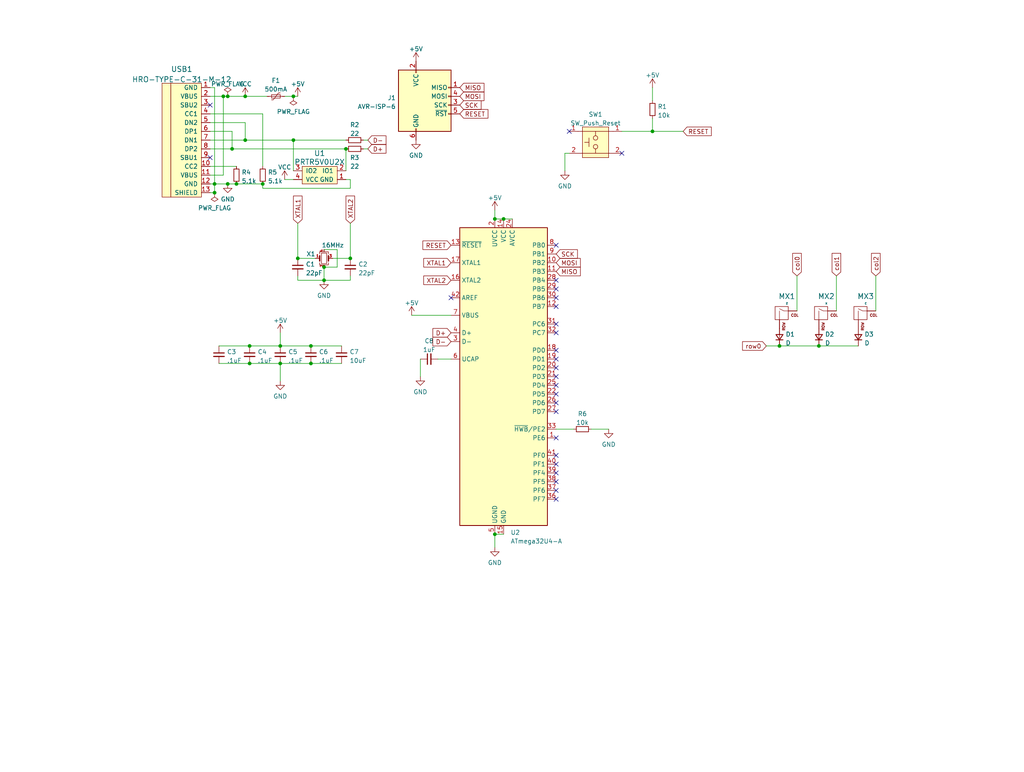
<source format=kicad_sch>
(kicad_sch (version 20211123) (generator eeschema)

  (uuid 71485228-e6d7-48a3-b380-17fe362f9363)

  (paper "User" 297.002 223.926)

  (lib_symbols
    (symbol "Connector:AVR-ISP-6" (pin_names (offset 1.016)) (in_bom yes) (on_board yes)
      (property "Reference" "J" (id 0) (at -6.35 11.43 0)
        (effects (font (size 1.27 1.27)) (justify left))
      )
      (property "Value" "AVR-ISP-6" (id 1) (at 0 11.43 0)
        (effects (font (size 1.27 1.27)) (justify left))
      )
      (property "Footprint" "" (id 2) (at -6.35 1.27 90)
        (effects (font (size 1.27 1.27)) hide)
      )
      (property "Datasheet" " ~" (id 3) (at -32.385 -13.97 0)
        (effects (font (size 1.27 1.27)) hide)
      )
      (property "ki_keywords" "AVR ISP Connector" (id 4) (at 0 0 0)
        (effects (font (size 1.27 1.27)) hide)
      )
      (property "ki_description" "Atmel 6-pin ISP connector" (id 5) (at 0 0 0)
        (effects (font (size 1.27 1.27)) hide)
      )
      (property "ki_fp_filters" "IDC?Header*2x03* Pin?Header*2x03*" (id 6) (at 0 0 0)
        (effects (font (size 1.27 1.27)) hide)
      )
      (symbol "AVR-ISP-6_0_1"
        (rectangle (start -2.667 -6.858) (end -2.413 -7.62)
          (stroke (width 0) (type default) (color 0 0 0 0))
          (fill (type none))
        )
        (rectangle (start -2.667 10.16) (end -2.413 9.398)
          (stroke (width 0) (type default) (color 0 0 0 0))
          (fill (type none))
        )
        (rectangle (start 7.62 -2.413) (end 6.858 -2.667)
          (stroke (width 0) (type default) (color 0 0 0 0))
          (fill (type none))
        )
        (rectangle (start 7.62 0.127) (end 6.858 -0.127)
          (stroke (width 0) (type default) (color 0 0 0 0))
          (fill (type none))
        )
        (rectangle (start 7.62 2.667) (end 6.858 2.413)
          (stroke (width 0) (type default) (color 0 0 0 0))
          (fill (type none))
        )
        (rectangle (start 7.62 5.207) (end 6.858 4.953)
          (stroke (width 0) (type default) (color 0 0 0 0))
          (fill (type none))
        )
        (rectangle (start 7.62 10.16) (end -7.62 -7.62)
          (stroke (width 0.254) (type default) (color 0 0 0 0))
          (fill (type background))
        )
      )
      (symbol "AVR-ISP-6_1_1"
        (pin passive line (at 10.16 5.08 180) (length 2.54)
          (name "MISO" (effects (font (size 1.27 1.27))))
          (number "1" (effects (font (size 1.27 1.27))))
        )
        (pin passive line (at -2.54 12.7 270) (length 2.54)
          (name "VCC" (effects (font (size 1.27 1.27))))
          (number "2" (effects (font (size 1.27 1.27))))
        )
        (pin passive line (at 10.16 0 180) (length 2.54)
          (name "SCK" (effects (font (size 1.27 1.27))))
          (number "3" (effects (font (size 1.27 1.27))))
        )
        (pin passive line (at 10.16 2.54 180) (length 2.54)
          (name "MOSI" (effects (font (size 1.27 1.27))))
          (number "4" (effects (font (size 1.27 1.27))))
        )
        (pin passive line (at 10.16 -2.54 180) (length 2.54)
          (name "~{RST}" (effects (font (size 1.27 1.27))))
          (number "5" (effects (font (size 1.27 1.27))))
        )
        (pin passive line (at -2.54 -10.16 90) (length 2.54)
          (name "GND" (effects (font (size 1.27 1.27))))
          (number "6" (effects (font (size 1.27 1.27))))
        )
      )
    )
    (symbol "Device:C_Small" (pin_numbers hide) (pin_names (offset 0.254) hide) (in_bom yes) (on_board yes)
      (property "Reference" "C" (id 0) (at 0.254 1.778 0)
        (effects (font (size 1.27 1.27)) (justify left))
      )
      (property "Value" "C_Small" (id 1) (at 0.254 -2.032 0)
        (effects (font (size 1.27 1.27)) (justify left))
      )
      (property "Footprint" "" (id 2) (at 0 0 0)
        (effects (font (size 1.27 1.27)) hide)
      )
      (property "Datasheet" "~" (id 3) (at 0 0 0)
        (effects (font (size 1.27 1.27)) hide)
      )
      (property "ki_keywords" "capacitor cap" (id 4) (at 0 0 0)
        (effects (font (size 1.27 1.27)) hide)
      )
      (property "ki_description" "Unpolarized capacitor, small symbol" (id 5) (at 0 0 0)
        (effects (font (size 1.27 1.27)) hide)
      )
      (property "ki_fp_filters" "C_*" (id 6) (at 0 0 0)
        (effects (font (size 1.27 1.27)) hide)
      )
      (symbol "C_Small_0_1"
        (polyline
          (pts
            (xy -1.524 -0.508)
            (xy 1.524 -0.508)
          )
          (stroke (width 0.3302) (type default) (color 0 0 0 0))
          (fill (type none))
        )
        (polyline
          (pts
            (xy -1.524 0.508)
            (xy 1.524 0.508)
          )
          (stroke (width 0.3048) (type default) (color 0 0 0 0))
          (fill (type none))
        )
      )
      (symbol "C_Small_1_1"
        (pin passive line (at 0 2.54 270) (length 2.032)
          (name "~" (effects (font (size 1.27 1.27))))
          (number "1" (effects (font (size 1.27 1.27))))
        )
        (pin passive line (at 0 -2.54 90) (length 2.032)
          (name "~" (effects (font (size 1.27 1.27))))
          (number "2" (effects (font (size 1.27 1.27))))
        )
      )
    )
    (symbol "Device:Crystal_GND24_Small" (pin_names (offset 1.016) hide) (in_bom yes) (on_board yes)
      (property "Reference" "Y" (id 0) (at 1.27 4.445 0)
        (effects (font (size 1.27 1.27)) (justify left))
      )
      (property "Value" "Crystal_GND24_Small" (id 1) (at 1.27 2.54 0)
        (effects (font (size 1.27 1.27)) (justify left))
      )
      (property "Footprint" "" (id 2) (at 0 0 0)
        (effects (font (size 1.27 1.27)) hide)
      )
      (property "Datasheet" "~" (id 3) (at 0 0 0)
        (effects (font (size 1.27 1.27)) hide)
      )
      (property "ki_keywords" "quartz ceramic resonator oscillator" (id 4) (at 0 0 0)
        (effects (font (size 1.27 1.27)) hide)
      )
      (property "ki_description" "Four pin crystal, GND on pins 2 and 4, small symbol" (id 5) (at 0 0 0)
        (effects (font (size 1.27 1.27)) hide)
      )
      (property "ki_fp_filters" "Crystal*" (id 6) (at 0 0 0)
        (effects (font (size 1.27 1.27)) hide)
      )
      (symbol "Crystal_GND24_Small_0_1"
        (rectangle (start -0.762 -1.524) (end 0.762 1.524)
          (stroke (width 0) (type default) (color 0 0 0 0))
          (fill (type none))
        )
        (polyline
          (pts
            (xy -1.27 -0.762)
            (xy -1.27 0.762)
          )
          (stroke (width 0.381) (type default) (color 0 0 0 0))
          (fill (type none))
        )
        (polyline
          (pts
            (xy 1.27 -0.762)
            (xy 1.27 0.762)
          )
          (stroke (width 0.381) (type default) (color 0 0 0 0))
          (fill (type none))
        )
        (polyline
          (pts
            (xy -1.27 -1.27)
            (xy -1.27 -1.905)
            (xy 1.27 -1.905)
            (xy 1.27 -1.27)
          )
          (stroke (width 0) (type default) (color 0 0 0 0))
          (fill (type none))
        )
        (polyline
          (pts
            (xy -1.27 1.27)
            (xy -1.27 1.905)
            (xy 1.27 1.905)
            (xy 1.27 1.27)
          )
          (stroke (width 0) (type default) (color 0 0 0 0))
          (fill (type none))
        )
      )
      (symbol "Crystal_GND24_Small_1_1"
        (pin passive line (at -2.54 0 0) (length 1.27)
          (name "1" (effects (font (size 1.27 1.27))))
          (number "1" (effects (font (size 0.762 0.762))))
        )
        (pin passive line (at 0 -2.54 90) (length 0.635)
          (name "2" (effects (font (size 1.27 1.27))))
          (number "2" (effects (font (size 0.762 0.762))))
        )
        (pin passive line (at 2.54 0 180) (length 1.27)
          (name "3" (effects (font (size 1.27 1.27))))
          (number "3" (effects (font (size 0.762 0.762))))
        )
        (pin passive line (at 0 2.54 270) (length 0.635)
          (name "4" (effects (font (size 1.27 1.27))))
          (number "4" (effects (font (size 0.762 0.762))))
        )
      )
    )
    (symbol "Device:D_Small" (pin_numbers hide) (pin_names (offset 0.254) hide) (in_bom yes) (on_board yes)
      (property "Reference" "D" (id 0) (at -1.27 2.032 0)
        (effects (font (size 1.27 1.27)) (justify left))
      )
      (property "Value" "D_Small" (id 1) (at -3.81 -2.032 0)
        (effects (font (size 1.27 1.27)) (justify left))
      )
      (property "Footprint" "" (id 2) (at 0 0 90)
        (effects (font (size 1.27 1.27)) hide)
      )
      (property "Datasheet" "~" (id 3) (at 0 0 90)
        (effects (font (size 1.27 1.27)) hide)
      )
      (property "ki_keywords" "diode" (id 4) (at 0 0 0)
        (effects (font (size 1.27 1.27)) hide)
      )
      (property "ki_description" "Diode, small symbol" (id 5) (at 0 0 0)
        (effects (font (size 1.27 1.27)) hide)
      )
      (property "ki_fp_filters" "TO-???* *_Diode_* *SingleDiode* D_*" (id 6) (at 0 0 0)
        (effects (font (size 1.27 1.27)) hide)
      )
      (symbol "D_Small_0_1"
        (polyline
          (pts
            (xy -0.762 -1.016)
            (xy -0.762 1.016)
          )
          (stroke (width 0.254) (type default) (color 0 0 0 0))
          (fill (type none))
        )
        (polyline
          (pts
            (xy -0.762 0)
            (xy 0.762 0)
          )
          (stroke (width 0) (type default) (color 0 0 0 0))
          (fill (type none))
        )
        (polyline
          (pts
            (xy 0.762 -1.016)
            (xy -0.762 0)
            (xy 0.762 1.016)
            (xy 0.762 -1.016)
          )
          (stroke (width 0.254) (type default) (color 0 0 0 0))
          (fill (type none))
        )
      )
      (symbol "D_Small_1_1"
        (pin passive line (at -2.54 0 0) (length 1.778)
          (name "K" (effects (font (size 1.27 1.27))))
          (number "1" (effects (font (size 1.27 1.27))))
        )
        (pin passive line (at 2.54 0 180) (length 1.778)
          (name "A" (effects (font (size 1.27 1.27))))
          (number "2" (effects (font (size 1.27 1.27))))
        )
      )
    )
    (symbol "Device:Polyfuse_Small" (pin_numbers hide) (pin_names (offset 0)) (in_bom yes) (on_board yes)
      (property "Reference" "F" (id 0) (at -1.905 0 90)
        (effects (font (size 1.27 1.27)))
      )
      (property "Value" "Polyfuse_Small" (id 1) (at 1.905 0 90)
        (effects (font (size 1.27 1.27)))
      )
      (property "Footprint" "" (id 2) (at 1.27 -5.08 0)
        (effects (font (size 1.27 1.27)) (justify left) hide)
      )
      (property "Datasheet" "~" (id 3) (at 0 0 0)
        (effects (font (size 1.27 1.27)) hide)
      )
      (property "ki_keywords" "resettable fuse PTC PPTC polyfuse polyswitch" (id 4) (at 0 0 0)
        (effects (font (size 1.27 1.27)) hide)
      )
      (property "ki_description" "Resettable fuse, polymeric positive temperature coefficient, small symbol" (id 5) (at 0 0 0)
        (effects (font (size 1.27 1.27)) hide)
      )
      (property "ki_fp_filters" "*polyfuse* *PTC*" (id 6) (at 0 0 0)
        (effects (font (size 1.27 1.27)) hide)
      )
      (symbol "Polyfuse_Small_0_1"
        (rectangle (start -0.508 1.27) (end 0.508 -1.27)
          (stroke (width 0) (type default) (color 0 0 0 0))
          (fill (type none))
        )
        (polyline
          (pts
            (xy 0 2.54)
            (xy 0 -2.54)
          )
          (stroke (width 0) (type default) (color 0 0 0 0))
          (fill (type none))
        )
        (polyline
          (pts
            (xy -1.016 1.27)
            (xy -1.016 0.762)
            (xy 1.016 -0.762)
            (xy 1.016 -1.27)
          )
          (stroke (width 0) (type default) (color 0 0 0 0))
          (fill (type none))
        )
      )
      (symbol "Polyfuse_Small_1_1"
        (pin passive line (at 0 2.54 270) (length 0.635)
          (name "~" (effects (font (size 1.27 1.27))))
          (number "1" (effects (font (size 1.27 1.27))))
        )
        (pin passive line (at 0 -2.54 90) (length 0.635)
          (name "~" (effects (font (size 1.27 1.27))))
          (number "2" (effects (font (size 1.27 1.27))))
        )
      )
    )
    (symbol "Device:R_Small" (pin_numbers hide) (pin_names (offset 0.254) hide) (in_bom yes) (on_board yes)
      (property "Reference" "R" (id 0) (at 0.762 0.508 0)
        (effects (font (size 1.27 1.27)) (justify left))
      )
      (property "Value" "R_Small" (id 1) (at 0.762 -1.016 0)
        (effects (font (size 1.27 1.27)) (justify left))
      )
      (property "Footprint" "" (id 2) (at 0 0 0)
        (effects (font (size 1.27 1.27)) hide)
      )
      (property "Datasheet" "~" (id 3) (at 0 0 0)
        (effects (font (size 1.27 1.27)) hide)
      )
      (property "ki_keywords" "R resistor" (id 4) (at 0 0 0)
        (effects (font (size 1.27 1.27)) hide)
      )
      (property "ki_description" "Resistor, small symbol" (id 5) (at 0 0 0)
        (effects (font (size 1.27 1.27)) hide)
      )
      (property "ki_fp_filters" "R_*" (id 6) (at 0 0 0)
        (effects (font (size 1.27 1.27)) hide)
      )
      (symbol "R_Small_0_1"
        (rectangle (start -0.762 1.778) (end 0.762 -1.778)
          (stroke (width 0.2032) (type default) (color 0 0 0 0))
          (fill (type none))
        )
      )
      (symbol "R_Small_1_1"
        (pin passive line (at 0 2.54 270) (length 0.762)
          (name "~" (effects (font (size 1.27 1.27))))
          (number "1" (effects (font (size 1.27 1.27))))
        )
        (pin passive line (at 0 -2.54 90) (length 0.762)
          (name "~" (effects (font (size 1.27 1.27))))
          (number "2" (effects (font (size 1.27 1.27))))
        )
      )
    )
    (symbol "MCU_Microchip_ATmega:ATmega32U4-A" (in_bom yes) (on_board yes)
      (property "Reference" "U" (id 0) (at -12.7 44.45 0)
        (effects (font (size 1.27 1.27)) (justify left bottom))
      )
      (property "Value" "ATmega32U4-A" (id 1) (at 2.54 -44.45 0)
        (effects (font (size 1.27 1.27)) (justify left top))
      )
      (property "Footprint" "Package_QFP:TQFP-44_10x10mm_P0.8mm" (id 2) (at 0 0 0)
        (effects (font (size 1.27 1.27) italic) hide)
      )
      (property "Datasheet" "http://ww1.microchip.com/downloads/en/DeviceDoc/Atmel-7766-8-bit-AVR-ATmega16U4-32U4_Datasheet.pdf" (id 3) (at 0 0 0)
        (effects (font (size 1.27 1.27)) hide)
      )
      (property "ki_keywords" "AVR 8bit Microcontroller MegaAVR USB" (id 4) (at 0 0 0)
        (effects (font (size 1.27 1.27)) hide)
      )
      (property "ki_description" "16MHz, 32kB Flash, 2.5kB SRAM, 1kB EEPROM, USB 2.0, TQFP-44" (id 5) (at 0 0 0)
        (effects (font (size 1.27 1.27)) hide)
      )
      (property "ki_fp_filters" "TQFP*10x10mm*P0.8mm*" (id 6) (at 0 0 0)
        (effects (font (size 1.27 1.27)) hide)
      )
      (symbol "ATmega32U4-A_0_1"
        (rectangle (start -12.7 -43.18) (end 12.7 43.18)
          (stroke (width 0.254) (type default) (color 0 0 0 0))
          (fill (type background))
        )
      )
      (symbol "ATmega32U4-A_1_1"
        (pin bidirectional line (at 15.24 -17.78 180) (length 2.54)
          (name "PE6" (effects (font (size 1.27 1.27))))
          (number "1" (effects (font (size 1.27 1.27))))
        )
        (pin bidirectional line (at 15.24 33.02 180) (length 2.54)
          (name "PB2" (effects (font (size 1.27 1.27))))
          (number "10" (effects (font (size 1.27 1.27))))
        )
        (pin bidirectional line (at 15.24 30.48 180) (length 2.54)
          (name "PB3" (effects (font (size 1.27 1.27))))
          (number "11" (effects (font (size 1.27 1.27))))
        )
        (pin bidirectional line (at 15.24 20.32 180) (length 2.54)
          (name "PB7" (effects (font (size 1.27 1.27))))
          (number "12" (effects (font (size 1.27 1.27))))
        )
        (pin input line (at -15.24 38.1 0) (length 2.54)
          (name "~{RESET}" (effects (font (size 1.27 1.27))))
          (number "13" (effects (font (size 1.27 1.27))))
        )
        (pin power_in line (at 0 45.72 270) (length 2.54)
          (name "VCC" (effects (font (size 1.27 1.27))))
          (number "14" (effects (font (size 1.27 1.27))))
        )
        (pin power_in line (at 0 -45.72 90) (length 2.54)
          (name "GND" (effects (font (size 1.27 1.27))))
          (number "15" (effects (font (size 1.27 1.27))))
        )
        (pin output line (at -15.24 27.94 0) (length 2.54)
          (name "XTAL2" (effects (font (size 1.27 1.27))))
          (number "16" (effects (font (size 1.27 1.27))))
        )
        (pin input line (at -15.24 33.02 0) (length 2.54)
          (name "XTAL1" (effects (font (size 1.27 1.27))))
          (number "17" (effects (font (size 1.27 1.27))))
        )
        (pin bidirectional line (at 15.24 7.62 180) (length 2.54)
          (name "PD0" (effects (font (size 1.27 1.27))))
          (number "18" (effects (font (size 1.27 1.27))))
        )
        (pin bidirectional line (at 15.24 5.08 180) (length 2.54)
          (name "PD1" (effects (font (size 1.27 1.27))))
          (number "19" (effects (font (size 1.27 1.27))))
        )
        (pin power_in line (at -2.54 45.72 270) (length 2.54)
          (name "UVCC" (effects (font (size 1.27 1.27))))
          (number "2" (effects (font (size 1.27 1.27))))
        )
        (pin bidirectional line (at 15.24 2.54 180) (length 2.54)
          (name "PD2" (effects (font (size 1.27 1.27))))
          (number "20" (effects (font (size 1.27 1.27))))
        )
        (pin bidirectional line (at 15.24 0 180) (length 2.54)
          (name "PD3" (effects (font (size 1.27 1.27))))
          (number "21" (effects (font (size 1.27 1.27))))
        )
        (pin bidirectional line (at 15.24 -5.08 180) (length 2.54)
          (name "PD5" (effects (font (size 1.27 1.27))))
          (number "22" (effects (font (size 1.27 1.27))))
        )
        (pin passive line (at 0 -45.72 90) (length 2.54) hide
          (name "GND" (effects (font (size 1.27 1.27))))
          (number "23" (effects (font (size 1.27 1.27))))
        )
        (pin power_in line (at 2.54 45.72 270) (length 2.54)
          (name "AVCC" (effects (font (size 1.27 1.27))))
          (number "24" (effects (font (size 1.27 1.27))))
        )
        (pin bidirectional line (at 15.24 -2.54 180) (length 2.54)
          (name "PD4" (effects (font (size 1.27 1.27))))
          (number "25" (effects (font (size 1.27 1.27))))
        )
        (pin bidirectional line (at 15.24 -7.62 180) (length 2.54)
          (name "PD6" (effects (font (size 1.27 1.27))))
          (number "26" (effects (font (size 1.27 1.27))))
        )
        (pin bidirectional line (at 15.24 -10.16 180) (length 2.54)
          (name "PD7" (effects (font (size 1.27 1.27))))
          (number "27" (effects (font (size 1.27 1.27))))
        )
        (pin bidirectional line (at 15.24 27.94 180) (length 2.54)
          (name "PB4" (effects (font (size 1.27 1.27))))
          (number "28" (effects (font (size 1.27 1.27))))
        )
        (pin bidirectional line (at 15.24 25.4 180) (length 2.54)
          (name "PB5" (effects (font (size 1.27 1.27))))
          (number "29" (effects (font (size 1.27 1.27))))
        )
        (pin bidirectional line (at -15.24 10.16 0) (length 2.54)
          (name "D-" (effects (font (size 1.27 1.27))))
          (number "3" (effects (font (size 1.27 1.27))))
        )
        (pin bidirectional line (at 15.24 22.86 180) (length 2.54)
          (name "PB6" (effects (font (size 1.27 1.27))))
          (number "30" (effects (font (size 1.27 1.27))))
        )
        (pin bidirectional line (at 15.24 15.24 180) (length 2.54)
          (name "PC6" (effects (font (size 1.27 1.27))))
          (number "31" (effects (font (size 1.27 1.27))))
        )
        (pin bidirectional line (at 15.24 12.7 180) (length 2.54)
          (name "PC7" (effects (font (size 1.27 1.27))))
          (number "32" (effects (font (size 1.27 1.27))))
        )
        (pin bidirectional line (at 15.24 -15.24 180) (length 2.54)
          (name "~{HWB}/PE2" (effects (font (size 1.27 1.27))))
          (number "33" (effects (font (size 1.27 1.27))))
        )
        (pin passive line (at 0 45.72 270) (length 2.54) hide
          (name "VCC" (effects (font (size 1.27 1.27))))
          (number "34" (effects (font (size 1.27 1.27))))
        )
        (pin passive line (at 0 -45.72 90) (length 2.54) hide
          (name "GND" (effects (font (size 1.27 1.27))))
          (number "35" (effects (font (size 1.27 1.27))))
        )
        (pin bidirectional line (at 15.24 -35.56 180) (length 2.54)
          (name "PF7" (effects (font (size 1.27 1.27))))
          (number "36" (effects (font (size 1.27 1.27))))
        )
        (pin bidirectional line (at 15.24 -33.02 180) (length 2.54)
          (name "PF6" (effects (font (size 1.27 1.27))))
          (number "37" (effects (font (size 1.27 1.27))))
        )
        (pin bidirectional line (at 15.24 -30.48 180) (length 2.54)
          (name "PF5" (effects (font (size 1.27 1.27))))
          (number "38" (effects (font (size 1.27 1.27))))
        )
        (pin bidirectional line (at 15.24 -27.94 180) (length 2.54)
          (name "PF4" (effects (font (size 1.27 1.27))))
          (number "39" (effects (font (size 1.27 1.27))))
        )
        (pin bidirectional line (at -15.24 12.7 0) (length 2.54)
          (name "D+" (effects (font (size 1.27 1.27))))
          (number "4" (effects (font (size 1.27 1.27))))
        )
        (pin bidirectional line (at 15.24 -25.4 180) (length 2.54)
          (name "PF1" (effects (font (size 1.27 1.27))))
          (number "40" (effects (font (size 1.27 1.27))))
        )
        (pin bidirectional line (at 15.24 -22.86 180) (length 2.54)
          (name "PF0" (effects (font (size 1.27 1.27))))
          (number "41" (effects (font (size 1.27 1.27))))
        )
        (pin passive line (at -15.24 22.86 0) (length 2.54)
          (name "AREF" (effects (font (size 1.27 1.27))))
          (number "42" (effects (font (size 1.27 1.27))))
        )
        (pin passive line (at 0 -45.72 90) (length 2.54) hide
          (name "GND" (effects (font (size 1.27 1.27))))
          (number "43" (effects (font (size 1.27 1.27))))
        )
        (pin passive line (at 2.54 45.72 270) (length 2.54) hide
          (name "AVCC" (effects (font (size 1.27 1.27))))
          (number "44" (effects (font (size 1.27 1.27))))
        )
        (pin passive line (at -2.54 -45.72 90) (length 2.54)
          (name "UGND" (effects (font (size 1.27 1.27))))
          (number "5" (effects (font (size 1.27 1.27))))
        )
        (pin passive line (at -15.24 5.08 0) (length 2.54)
          (name "UCAP" (effects (font (size 1.27 1.27))))
          (number "6" (effects (font (size 1.27 1.27))))
        )
        (pin input line (at -15.24 17.78 0) (length 2.54)
          (name "VBUS" (effects (font (size 1.27 1.27))))
          (number "7" (effects (font (size 1.27 1.27))))
        )
        (pin bidirectional line (at 15.24 38.1 180) (length 2.54)
          (name "PB0" (effects (font (size 1.27 1.27))))
          (number "8" (effects (font (size 1.27 1.27))))
        )
        (pin bidirectional line (at 15.24 35.56 180) (length 2.54)
          (name "PB1" (effects (font (size 1.27 1.27))))
          (number "9" (effects (font (size 1.27 1.27))))
        )
      )
    )
    (symbol "MX_Alps_Hybrid:MX-NoLED" (pin_names (offset 1.016)) (in_bom yes) (on_board yes)
      (property "Reference" "MX" (id 0) (at -0.635 3.81 0)
        (effects (font (size 1.524 1.524)))
      )
      (property "Value" "MX-NoLED" (id 1) (at -0.635 1.27 0)
        (effects (font (size 0.508 0.508)))
      )
      (property "Footprint" "" (id 2) (at -15.875 -0.635 0)
        (effects (font (size 1.524 1.524)) hide)
      )
      (property "Datasheet" "" (id 3) (at -15.875 -0.635 0)
        (effects (font (size 1.524 1.524)) hide)
      )
      (symbol "MX-NoLED_0_0"
        (rectangle (start -2.54 2.54) (end 1.27 -1.27)
          (stroke (width 0) (type default) (color 0 0 0 0))
          (fill (type none))
        )
        (polyline
          (pts
            (xy -1.27 -1.27)
            (xy -1.27 1.27)
          )
          (stroke (width 0.127) (type default) (color 0 0 0 0))
          (fill (type none))
        )
        (polyline
          (pts
            (xy 1.27 1.27)
            (xy 0 1.27)
            (xy -1.27 1.905)
          )
          (stroke (width 0.127) (type default) (color 0 0 0 0))
          (fill (type none))
        )
        (text "COL" (at 3.175 0 0)
          (effects (font (size 0.762 0.762)))
        )
        (text "ROW" (at 0 -1.905 900)
          (effects (font (size 0.762 0.762)) (justify right))
        )
      )
      (symbol "MX-NoLED_1_1"
        (pin passive line (at 3.81 1.27 180) (length 2.54)
          (name "COL" (effects (font (size 0 0))))
          (number "1" (effects (font (size 0 0))))
        )
        (pin passive line (at -1.27 -3.81 90) (length 2.54)
          (name "ROW" (effects (font (size 0 0))))
          (number "2" (effects (font (size 0 0))))
        )
      )
    )
    (symbol "Type-C:HRO-TYPE-C-31-M-12" (pin_names (offset 1.016)) (in_bom yes) (on_board yes)
      (property "Reference" "USB" (id 0) (at -5.08 16.51 0)
        (effects (font (size 1.524 1.524)))
      )
      (property "Value" "HRO-TYPE-C-31-M-12" (id 1) (at -10.16 -1.27 90)
        (effects (font (size 1.524 1.524)))
      )
      (property "Footprint" "" (id 2) (at 0 0 0)
        (effects (font (size 1.524 1.524)) hide)
      )
      (property "Datasheet" "" (id 3) (at 0 0 0)
        (effects (font (size 1.524 1.524)) hide)
      )
      (symbol "HRO-TYPE-C-31-M-12_0_1"
        (rectangle (start -11.43 15.24) (end -8.89 -17.78)
          (stroke (width 0) (type default) (color 0 0 0 0))
          (fill (type background))
        )
        (rectangle (start 0 -17.78) (end -8.89 15.24)
          (stroke (width 0) (type default) (color 0 0 0 0))
          (fill (type background))
        )
      )
      (symbol "HRO-TYPE-C-31-M-12_1_1"
        (pin input line (at 2.54 13.97 180) (length 2.54)
          (name "GND" (effects (font (size 1.27 1.27))))
          (number "1" (effects (font (size 1.27 1.27))))
        )
        (pin input line (at 2.54 -8.89 180) (length 2.54)
          (name "CC2" (effects (font (size 1.27 1.27))))
          (number "10" (effects (font (size 1.27 1.27))))
        )
        (pin input line (at 2.54 -11.43 180) (length 2.54)
          (name "VBUS" (effects (font (size 1.27 1.27))))
          (number "11" (effects (font (size 1.27 1.27))))
        )
        (pin input line (at 2.54 -13.97 180) (length 2.54)
          (name "GND" (effects (font (size 1.27 1.27))))
          (number "12" (effects (font (size 1.27 1.27))))
        )
        (pin input line (at 2.54 -16.51 180) (length 2.54)
          (name "SHIELD" (effects (font (size 1.27 1.27))))
          (number "13" (effects (font (size 1.27 1.27))))
        )
        (pin input line (at 2.54 11.43 180) (length 2.54)
          (name "VBUS" (effects (font (size 1.27 1.27))))
          (number "2" (effects (font (size 1.27 1.27))))
        )
        (pin input line (at 2.54 8.89 180) (length 2.54)
          (name "SBU2" (effects (font (size 1.27 1.27))))
          (number "3" (effects (font (size 1.27 1.27))))
        )
        (pin input line (at 2.54 6.35 180) (length 2.54)
          (name "CC1" (effects (font (size 1.27 1.27))))
          (number "4" (effects (font (size 1.27 1.27))))
        )
        (pin input line (at 2.54 3.81 180) (length 2.54)
          (name "DN2" (effects (font (size 1.27 1.27))))
          (number "5" (effects (font (size 1.27 1.27))))
        )
        (pin input line (at 2.54 1.27 180) (length 2.54)
          (name "DP1" (effects (font (size 1.27 1.27))))
          (number "6" (effects (font (size 1.27 1.27))))
        )
        (pin input line (at 2.54 -1.27 180) (length 2.54)
          (name "DN1" (effects (font (size 1.27 1.27))))
          (number "7" (effects (font (size 1.27 1.27))))
        )
        (pin input line (at 2.54 -3.81 180) (length 2.54)
          (name "DP2" (effects (font (size 1.27 1.27))))
          (number "8" (effects (font (size 1.27 1.27))))
        )
        (pin input line (at 2.54 -6.35 180) (length 2.54)
          (name "SBU1" (effects (font (size 1.27 1.27))))
          (number "9" (effects (font (size 1.27 1.27))))
        )
      )
    )
    (symbol "local:SW_SKQG" (in_bom yes) (on_board yes)
      (property "Reference" "SW" (id 0) (at 3.81 10.16 0)
        (effects (font (size 1.27 1.27)))
      )
      (property "Value" "SW_SKQG" (id 1) (at 3.81 -1.27 0)
        (effects (font (size 1.27 1.27)))
      )
      (property "Footprint" "" (id 2) (at 2.54 10.16 0)
        (effects (font (size 1.27 1.27)) hide)
      )
      (property "Datasheet" "" (id 3) (at 2.54 10.16 0)
        (effects (font (size 1.27 1.27)) hide)
      )
      (symbol "SW_SKQG_0_1"
        (polyline
          (pts
            (xy 3.81 1.27)
            (xy 3.81 2.54)
          )
          (stroke (width 0.1524) (type default) (color 0 0 0 0))
          (fill (type none))
        )
        (polyline
          (pts
            (xy 3.81 7.62)
            (xy 3.81 6.35)
          )
          (stroke (width 0.1524) (type default) (color 0 0 0 0))
          (fill (type none))
        )
        (polyline
          (pts
            (xy 8.89 1.27)
            (xy -1.27 1.27)
          )
          (stroke (width 0.1524) (type default) (color 0 0 0 0))
          (fill (type none))
        )
        (polyline
          (pts
            (xy 8.89 7.62)
            (xy -1.27 7.62)
          )
          (stroke (width 0.1524) (type default) (color 0 0 0 0))
          (fill (type none))
        )
        (polyline
          (pts
            (xy 1.905 3.175)
            (xy 1.905 5.715)
            (xy 1.905 4.445)
            (xy 0.635 4.445)
          )
          (stroke (width 0.1524) (type default) (color 0 0 0 0))
          (fill (type none))
        )
        (rectangle (start 0 8.89) (end 7.62 0)
          (stroke (width 0.1524) (type default) (color 0 0 0 0))
          (fill (type background))
        )
        (circle (center 3.81 3.175) (radius 0.635)
          (stroke (width 0.1524) (type default) (color 0 0 0 0))
          (fill (type none))
        )
        (circle (center 3.81 5.715) (radius 0.635)
          (stroke (width 0.1524) (type default) (color 0 0 0 0))
          (fill (type none))
        )
      )
      (symbol "SW_SKQG_1_1"
        (pin input line (at -3.81 7.62 0) (length 2.54)
          (name "" (effects (font (size 1.27 1.27))))
          (number "1" (effects (font (size 1.27 1.27))))
        )
        (pin input line (at 11.43 7.62 180) (length 2.54)
          (name "" (effects (font (size 1.27 1.27))))
          (number "1" (effects (font (size 1.27 1.27))))
        )
        (pin input line (at -3.81 1.27 0) (length 2.54)
          (name "" (effects (font (size 1.27 1.27))))
          (number "2" (effects (font (size 1.27 1.27))))
        )
        (pin input line (at 11.43 1.27 180) (length 2.54)
          (name "" (effects (font (size 1.27 1.27))))
          (number "2" (effects (font (size 1.27 1.27))))
        )
      )
    )
    (symbol "power:+5V" (power) (pin_names (offset 0)) (in_bom yes) (on_board yes)
      (property "Reference" "#PWR" (id 0) (at 0 -3.81 0)
        (effects (font (size 1.27 1.27)) hide)
      )
      (property "Value" "+5V" (id 1) (at 0 3.556 0)
        (effects (font (size 1.27 1.27)))
      )
      (property "Footprint" "" (id 2) (at 0 0 0)
        (effects (font (size 1.27 1.27)) hide)
      )
      (property "Datasheet" "" (id 3) (at 0 0 0)
        (effects (font (size 1.27 1.27)) hide)
      )
      (property "ki_keywords" "power-flag" (id 4) (at 0 0 0)
        (effects (font (size 1.27 1.27)) hide)
      )
      (property "ki_description" "Power symbol creates a global label with name \"+5V\"" (id 5) (at 0 0 0)
        (effects (font (size 1.27 1.27)) hide)
      )
      (symbol "+5V_0_1"
        (polyline
          (pts
            (xy -0.762 1.27)
            (xy 0 2.54)
          )
          (stroke (width 0) (type default) (color 0 0 0 0))
          (fill (type none))
        )
        (polyline
          (pts
            (xy 0 0)
            (xy 0 2.54)
          )
          (stroke (width 0) (type default) (color 0 0 0 0))
          (fill (type none))
        )
        (polyline
          (pts
            (xy 0 2.54)
            (xy 0.762 1.27)
          )
          (stroke (width 0) (type default) (color 0 0 0 0))
          (fill (type none))
        )
      )
      (symbol "+5V_1_1"
        (pin power_in line (at 0 0 90) (length 0) hide
          (name "+5V" (effects (font (size 1.27 1.27))))
          (number "1" (effects (font (size 1.27 1.27))))
        )
      )
    )
    (symbol "power:GND" (power) (pin_names (offset 0)) (in_bom yes) (on_board yes)
      (property "Reference" "#PWR" (id 0) (at 0 -6.35 0)
        (effects (font (size 1.27 1.27)) hide)
      )
      (property "Value" "GND" (id 1) (at 0 -3.81 0)
        (effects (font (size 1.27 1.27)))
      )
      (property "Footprint" "" (id 2) (at 0 0 0)
        (effects (font (size 1.27 1.27)) hide)
      )
      (property "Datasheet" "" (id 3) (at 0 0 0)
        (effects (font (size 1.27 1.27)) hide)
      )
      (property "ki_keywords" "power-flag" (id 4) (at 0 0 0)
        (effects (font (size 1.27 1.27)) hide)
      )
      (property "ki_description" "Power symbol creates a global label with name \"GND\" , ground" (id 5) (at 0 0 0)
        (effects (font (size 1.27 1.27)) hide)
      )
      (symbol "GND_0_1"
        (polyline
          (pts
            (xy 0 0)
            (xy 0 -1.27)
            (xy 1.27 -1.27)
            (xy 0 -2.54)
            (xy -1.27 -1.27)
            (xy 0 -1.27)
          )
          (stroke (width 0) (type default) (color 0 0 0 0))
          (fill (type none))
        )
      )
      (symbol "GND_1_1"
        (pin power_in line (at 0 0 270) (length 0) hide
          (name "GND" (effects (font (size 1.27 1.27))))
          (number "1" (effects (font (size 1.27 1.27))))
        )
      )
    )
    (symbol "power:PWR_FLAG" (power) (pin_numbers hide) (pin_names (offset 0) hide) (in_bom yes) (on_board yes)
      (property "Reference" "#FLG" (id 0) (at 0 1.905 0)
        (effects (font (size 1.27 1.27)) hide)
      )
      (property "Value" "PWR_FLAG" (id 1) (at 0 3.81 0)
        (effects (font (size 1.27 1.27)))
      )
      (property "Footprint" "" (id 2) (at 0 0 0)
        (effects (font (size 1.27 1.27)) hide)
      )
      (property "Datasheet" "~" (id 3) (at 0 0 0)
        (effects (font (size 1.27 1.27)) hide)
      )
      (property "ki_keywords" "power-flag" (id 4) (at 0 0 0)
        (effects (font (size 1.27 1.27)) hide)
      )
      (property "ki_description" "Special symbol for telling ERC where power comes from" (id 5) (at 0 0 0)
        (effects (font (size 1.27 1.27)) hide)
      )
      (symbol "PWR_FLAG_0_0"
        (pin power_out line (at 0 0 90) (length 0)
          (name "pwr" (effects (font (size 1.27 1.27))))
          (number "1" (effects (font (size 1.27 1.27))))
        )
      )
      (symbol "PWR_FLAG_0_1"
        (polyline
          (pts
            (xy 0 0)
            (xy 0 1.27)
            (xy -1.016 1.905)
            (xy 0 2.54)
            (xy 1.016 1.905)
            (xy 0 1.27)
          )
          (stroke (width 0) (type default) (color 0 0 0 0))
          (fill (type none))
        )
      )
    )
    (symbol "power:VCC" (power) (pin_names (offset 0)) (in_bom yes) (on_board yes)
      (property "Reference" "#PWR" (id 0) (at 0 -3.81 0)
        (effects (font (size 1.27 1.27)) hide)
      )
      (property "Value" "VCC" (id 1) (at 0 3.81 0)
        (effects (font (size 1.27 1.27)))
      )
      (property "Footprint" "" (id 2) (at 0 0 0)
        (effects (font (size 1.27 1.27)) hide)
      )
      (property "Datasheet" "" (id 3) (at 0 0 0)
        (effects (font (size 1.27 1.27)) hide)
      )
      (property "ki_keywords" "power-flag" (id 4) (at 0 0 0)
        (effects (font (size 1.27 1.27)) hide)
      )
      (property "ki_description" "Power symbol creates a global label with name \"VCC\"" (id 5) (at 0 0 0)
        (effects (font (size 1.27 1.27)) hide)
      )
      (symbol "VCC_0_1"
        (polyline
          (pts
            (xy -0.762 1.27)
            (xy 0 2.54)
          )
          (stroke (width 0) (type default) (color 0 0 0 0))
          (fill (type none))
        )
        (polyline
          (pts
            (xy 0 0)
            (xy 0 2.54)
          )
          (stroke (width 0) (type default) (color 0 0 0 0))
          (fill (type none))
        )
        (polyline
          (pts
            (xy 0 2.54)
            (xy 0.762 1.27)
          )
          (stroke (width 0) (type default) (color 0 0 0 0))
          (fill (type none))
        )
      )
      (symbol "VCC_1_1"
        (pin power_in line (at 0 0 90) (length 0) hide
          (name "VCC" (effects (font (size 1.27 1.27))))
          (number "1" (effects (font (size 1.27 1.27))))
        )
      )
    )
    (symbol "random-keyboard-parts:PRTR5V0U2X" (pin_names (offset 1.016)) (in_bom yes) (on_board yes)
      (property "Reference" "U" (id 0) (at 0 3.81 0)
        (effects (font (size 1.524 1.524)))
      )
      (property "Value" "PRTR5V0U2X" (id 1) (at 0 -3.81 0)
        (effects (font (size 1.524 1.524)))
      )
      (property "Footprint" "" (id 2) (at 0 0 0)
        (effects (font (size 1.524 1.524)) hide)
      )
      (property "Datasheet" "" (id 3) (at 0 0 0)
        (effects (font (size 1.524 1.524)) hide)
      )
      (symbol "PRTR5V0U2X_0_1"
        (rectangle (start -5.08 2.54) (end 5.08 -2.54)
          (stroke (width 0) (type default) (color 0 0 0 0))
          (fill (type background))
        )
      )
      (symbol "PRTR5V0U2X_1_1"
        (pin input line (at -7.62 1.27 0) (length 2.54)
          (name "GND" (effects (font (size 1.27 1.27))))
          (number "1" (effects (font (size 1.27 1.27))))
        )
        (pin input line (at -7.62 -1.27 0) (length 2.54)
          (name "IO1" (effects (font (size 1.27 1.27))))
          (number "2" (effects (font (size 1.27 1.27))))
        )
        (pin input line (at 7.62 -1.27 180) (length 2.54)
          (name "IO2" (effects (font (size 1.27 1.27))))
          (number "3" (effects (font (size 1.27 1.27))))
        )
        (pin input line (at 7.62 1.27 180) (length 2.54)
          (name "VCC" (effects (font (size 1.27 1.27))))
          (number "4" (effects (font (size 1.27 1.27))))
        )
      )
    )
  )


  (junction (at 189.23 38.1) (diameter 0) (color 0 0 0 0)
    (uuid 11f52511-c252-4e97-b0e4-43444b84fba9)
  )
  (junction (at 143.51 154.94) (diameter 0) (color 0 0 0 0)
    (uuid 13a7d5f5-e36f-46b6-891d-e46ef43da4dd)
  )
  (junction (at 143.51 63.5) (diameter 0) (color 0 0 0 0)
    (uuid 26d32de8-bc5c-481a-8ec7-82e6bbaeb3ef)
  )
  (junction (at 85.09 27.94) (diameter 0) (color 0 0 0 0)
    (uuid 2d7034cf-ee6f-4b3e-b060-71f63196b399)
  )
  (junction (at 226.06 100.33) (diameter 0) (color 0 0 0 0)
    (uuid 3f53f793-4e09-4b6b-b889-ff5d25afabd3)
  )
  (junction (at 81.28 105.41) (diameter 0) (color 0 0 0 0)
    (uuid 406a28d7-db0f-4218-98aa-5eaf81766013)
  )
  (junction (at 62.23 55.88) (diameter 0) (color 0 0 0 0)
    (uuid 51507ed1-dfe0-491b-a8bb-e05d30fcf98b)
  )
  (junction (at 93.98 81.28) (diameter 0) (color 0 0 0 0)
    (uuid 5b0402cf-7cb2-4569-903d-41784b316b1b)
  )
  (junction (at 90.17 100.33) (diameter 0) (color 0 0 0 0)
    (uuid 5d8286ea-9c21-4045-976b-f2347a12b5dd)
  )
  (junction (at 71.12 27.94) (diameter 0) (color 0 0 0 0)
    (uuid 7518123f-f695-4718-83b1-53c0f2e07713)
  )
  (junction (at 71.12 40.64) (diameter 0) (color 0 0 0 0)
    (uuid 805266b5-b731-49b5-a555-d929e4b02212)
  )
  (junction (at 68.58 53.34) (diameter 0) (color 0 0 0 0)
    (uuid 8257437b-03cb-4ff2-a806-9018510a6d3c)
  )
  (junction (at 101.6 74.93) (diameter 0) (color 0 0 0 0)
    (uuid 96222d4a-0c9c-42be-9188-0fc0cf1430c6)
  )
  (junction (at 66.04 27.94) (diameter 0) (color 0 0 0 0)
    (uuid 9ba42f07-657e-4532-ace7-bda46355799a)
  )
  (junction (at 72.39 105.41) (diameter 0) (color 0 0 0 0)
    (uuid a9e87463-eb5a-493d-90b4-dbd171b8f8c1)
  )
  (junction (at 90.17 105.41) (diameter 0) (color 0 0 0 0)
    (uuid b5f33f21-1a9e-4062-8fd5-c76416e99d76)
  )
  (junction (at 76.2 53.34) (diameter 0) (color 0 0 0 0)
    (uuid badf583e-bed0-4ce6-916e-1628731ae649)
  )
  (junction (at 85.09 40.64) (diameter 0) (color 0 0 0 0)
    (uuid cafecdab-c841-4900-9177-c5487fd3693e)
  )
  (junction (at 100.33 43.18) (diameter 0) (color 0 0 0 0)
    (uuid ccc0e986-ebee-4cc6-ad06-26f4eb96b62f)
  )
  (junction (at 146.05 63.5) (diameter 0) (color 0 0 0 0)
    (uuid d5f45507-8339-4433-91e2-4eccb9f850b7)
  )
  (junction (at 81.28 100.33) (diameter 0) (color 0 0 0 0)
    (uuid de75b4d6-737c-43ef-b52b-0d2be2b9ecec)
  )
  (junction (at 67.31 43.18) (diameter 0) (color 0 0 0 0)
    (uuid e2f4a2be-4137-4607-8d1a-34ab52e47e69)
  )
  (junction (at 64.77 27.94) (diameter 0) (color 0 0 0 0)
    (uuid e74bd1c2-ba7b-4249-b0e7-8acbd1513e38)
  )
  (junction (at 66.04 53.34) (diameter 0) (color 0 0 0 0)
    (uuid ebcb061d-d88a-4894-aa4f-1fe10be767c2)
  )
  (junction (at 86.36 74.93) (diameter 0) (color 0 0 0 0)
    (uuid f490036a-0650-4782-a32b-91058f82c23b)
  )
  (junction (at 72.39 100.33) (diameter 0) (color 0 0 0 0)
    (uuid f4de6c79-7188-49b4-90a9-2bd6f8b64a2f)
  )
  (junction (at 237.49 100.33) (diameter 0) (color 0 0 0 0)
    (uuid fa261fc9-d13e-42ac-aec5-95ad398a9ed1)
  )
  (junction (at 62.23 53.34) (diameter 0) (color 0 0 0 0)
    (uuid ffaf30cf-a3ff-42ab-9e90-9565f430c836)
  )
  (junction (at 93.98 77.47) (diameter 0) (color 0 0 0 0)
    (uuid ffed3076-c97c-4dda-abb7-a5e5e0bf458e)
  )

  (no_connect (at 165.1 38.1) (uuid 4240d58a-3dde-46ce-b6d4-18391f265db5))
  (no_connect (at 180.34 44.45) (uuid 42ff3ff4-0f5b-49c9-9f1d-2efbddc5732c))
  (no_connect (at 60.96 30.48) (uuid 5239dcc5-404f-4385-9944-2ff32b7efc0a))
  (no_connect (at 60.96 45.72) (uuid 5239dcc5-404f-4385-9944-2ff32b7efc0b))
  (no_connect (at 130.81 86.36) (uuid a200f7a9-ba8c-4634-bdb6-0d6108d7889e))
  (no_connect (at 161.29 144.78) (uuid ec353db2-9834-40b7-a576-8d96e6bd98c7))
  (no_connect (at 161.29 142.24) (uuid ec353db2-9834-40b7-a576-8d96e6bd98c7))
  (no_connect (at 161.29 139.7) (uuid ec353db2-9834-40b7-a576-8d96e6bd98c7))
  (no_connect (at 161.29 137.16) (uuid ec353db2-9834-40b7-a576-8d96e6bd98c7))
  (no_connect (at 161.29 134.62) (uuid ec353db2-9834-40b7-a576-8d96e6bd98c7))
  (no_connect (at 161.29 101.6) (uuid ec353db2-9834-40b7-a576-8d96e6bd98c7))
  (no_connect (at 161.29 96.52) (uuid ec353db2-9834-40b7-a576-8d96e6bd98c7))
  (no_connect (at 161.29 93.98) (uuid ec353db2-9834-40b7-a576-8d96e6bd98c7))
  (no_connect (at 161.29 132.08) (uuid ec353db2-9834-40b7-a576-8d96e6bd98c7))
  (no_connect (at 161.29 127) (uuid ec353db2-9834-40b7-a576-8d96e6bd98c7))
  (no_connect (at 161.29 119.38) (uuid ec353db2-9834-40b7-a576-8d96e6bd98c7))
  (no_connect (at 161.29 104.14) (uuid ec353db2-9834-40b7-a576-8d96e6bd98c7))
  (no_connect (at 161.29 71.12) (uuid ec353db2-9834-40b7-a576-8d96e6bd98c7))
  (no_connect (at 161.29 116.84) (uuid ec353db2-9834-40b7-a576-8d96e6bd98c7))
  (no_connect (at 161.29 114.3) (uuid ec353db2-9834-40b7-a576-8d96e6bd98c7))
  (no_connect (at 161.29 111.76) (uuid ec353db2-9834-40b7-a576-8d96e6bd98c7))
  (no_connect (at 161.29 109.22) (uuid ec353db2-9834-40b7-a576-8d96e6bd98c7))
  (no_connect (at 161.29 106.68) (uuid ec353db2-9834-40b7-a576-8d96e6bd98c7))
  (no_connect (at 161.29 88.9) (uuid ec353db2-9834-40b7-a576-8d96e6bd98c7))
  (no_connect (at 161.29 86.36) (uuid ec353db2-9834-40b7-a576-8d96e6bd98c7))
  (no_connect (at 161.29 83.82) (uuid ec353db2-9834-40b7-a576-8d96e6bd98c7))
  (no_connect (at 161.29 81.28) (uuid ec353db2-9834-40b7-a576-8d96e6bd98c7))

  (wire (pts (xy 86.36 81.28) (xy 93.98 81.28))
    (stroke (width 0) (type default) (color 0 0 0 0))
    (uuid 043e0982-aa70-4664-b1ea-68852207fe2b)
  )
  (wire (pts (xy 82.55 27.94) (xy 85.09 27.94))
    (stroke (width 0) (type default) (color 0 0 0 0))
    (uuid 059d1b12-9f97-4f14-9d26-8adfb9b1a70a)
  )
  (wire (pts (xy 71.12 35.56) (xy 71.12 40.64))
    (stroke (width 0) (type default) (color 0 0 0 0))
    (uuid 14db8677-87d4-4cb9-8770-da20f05f0f5b)
  )
  (wire (pts (xy 143.51 60.96) (xy 143.51 63.5))
    (stroke (width 0) (type default) (color 0 0 0 0))
    (uuid 18b45f67-6f40-453a-bb3f-faf5854cd2b1)
  )
  (wire (pts (xy 143.51 158.75) (xy 143.51 154.94))
    (stroke (width 0) (type default) (color 0 0 0 0))
    (uuid 1a58241e-5888-4642-91cb-24694fc472bd)
  )
  (wire (pts (xy 62.23 53.34) (xy 62.23 25.4))
    (stroke (width 0) (type default) (color 0 0 0 0))
    (uuid 1b628ada-c519-4dfa-acc2-d603980d5d41)
  )
  (wire (pts (xy 101.6 74.93) (xy 101.6 64.77))
    (stroke (width 0) (type default) (color 0 0 0 0))
    (uuid 1c80d05b-af3c-46fa-8169-7f75bc34edb3)
  )
  (wire (pts (xy 146.05 63.5) (xy 148.59 63.5))
    (stroke (width 0) (type default) (color 0 0 0 0))
    (uuid 226365a2-18f1-46f9-9733-80092ee79b55)
  )
  (wire (pts (xy 101.6 54.61) (xy 76.2 54.61))
    (stroke (width 0) (type default) (color 0 0 0 0))
    (uuid 261fdd2b-feef-4bfc-8cf7-a46a1e3ab040)
  )
  (wire (pts (xy 86.36 80.01) (xy 86.36 81.28))
    (stroke (width 0) (type default) (color 0 0 0 0))
    (uuid 2819c667-f1f3-47e5-819f-0bb4ca05300d)
  )
  (wire (pts (xy 163.83 44.45) (xy 165.1 44.45))
    (stroke (width 0) (type default) (color 0 0 0 0))
    (uuid 28d637e3-2910-4f7b-9c2b-c55a3811fb30)
  )
  (wire (pts (xy 60.96 53.34) (xy 62.23 53.34))
    (stroke (width 0) (type default) (color 0 0 0 0))
    (uuid 2e8782fd-8400-440c-b1a5-93e39c88a59f)
  )
  (wire (pts (xy 222.25 100.33) (xy 226.06 100.33))
    (stroke (width 0) (type default) (color 0 0 0 0))
    (uuid 3a40bf00-c616-43f1-b507-6e8c8e6d722e)
  )
  (wire (pts (xy 143.51 154.94) (xy 146.05 154.94))
    (stroke (width 0) (type default) (color 0 0 0 0))
    (uuid 3e7cef1d-9380-4124-baab-9da4e0132927)
  )
  (wire (pts (xy 86.36 74.93) (xy 91.44 74.93))
    (stroke (width 0) (type default) (color 0 0 0 0))
    (uuid 419fcfc1-7f29-4de9-9757-da3abf24aca8)
  )
  (wire (pts (xy 76.2 48.26) (xy 76.2 33.02))
    (stroke (width 0) (type default) (color 0 0 0 0))
    (uuid 45969577-6b70-4cd1-acee-e5f7b43a09af)
  )
  (wire (pts (xy 60.96 27.94) (xy 64.77 27.94))
    (stroke (width 0) (type default) (color 0 0 0 0))
    (uuid 48d5ebc6-4122-4058-af93-60194ce87fa1)
  )
  (wire (pts (xy 100.33 52.07) (xy 101.6 52.07))
    (stroke (width 0) (type default) (color 0 0 0 0))
    (uuid 49cc268e-f6fe-4e26-809d-86ec5a941042)
  )
  (wire (pts (xy 71.12 40.64) (xy 85.09 40.64))
    (stroke (width 0) (type default) (color 0 0 0 0))
    (uuid 4bf3ee89-0886-4297-9f01-382e7b863866)
  )
  (wire (pts (xy 90.17 105.41) (xy 99.06 105.41))
    (stroke (width 0) (type default) (color 0 0 0 0))
    (uuid 4c770bd3-0422-46df-abb5-201b428ecba6)
  )
  (wire (pts (xy 85.09 40.64) (xy 100.33 40.64))
    (stroke (width 0) (type default) (color 0 0 0 0))
    (uuid 4fdcb448-1e12-46aa-a60a-7557c776b5ba)
  )
  (wire (pts (xy 93.98 81.28) (xy 101.6 81.28))
    (stroke (width 0) (type default) (color 0 0 0 0))
    (uuid 515b1f60-83ce-49f4-ac8e-8d27a8cb7265)
  )
  (wire (pts (xy 82.55 52.07) (xy 85.09 52.07))
    (stroke (width 0) (type default) (color 0 0 0 0))
    (uuid 535f4654-baae-4e1a-b70d-160d7110756a)
  )
  (wire (pts (xy 68.58 53.34) (xy 76.2 53.34))
    (stroke (width 0) (type default) (color 0 0 0 0))
    (uuid 56474a3d-e7fc-4925-8c1a-bbfa23eb0b16)
  )
  (wire (pts (xy 72.39 105.41) (xy 81.28 105.41))
    (stroke (width 0) (type default) (color 0 0 0 0))
    (uuid 5a9d68de-4ace-4d76-8a2f-dfd40b8df641)
  )
  (wire (pts (xy 121.92 104.14) (xy 121.92 109.22))
    (stroke (width 0) (type default) (color 0 0 0 0))
    (uuid 5e04d10c-c209-46f0-8d3d-4071290ee0db)
  )
  (wire (pts (xy 189.23 38.1) (xy 198.12 38.1))
    (stroke (width 0) (type default) (color 0 0 0 0))
    (uuid 5fdd9d8e-4ab3-4d42-8412-bc4f41777d1e)
  )
  (wire (pts (xy 67.31 38.1) (xy 67.31 43.18))
    (stroke (width 0) (type default) (color 0 0 0 0))
    (uuid 64b0c7f8-8e75-438f-afa0-78809029d319)
  )
  (wire (pts (xy 254 80.01) (xy 254 90.17))
    (stroke (width 0) (type default) (color 0 0 0 0))
    (uuid 64e053a8-7629-4a9f-8a41-5c497424070f)
  )
  (wire (pts (xy 163.83 49.53) (xy 163.83 44.45))
    (stroke (width 0) (type default) (color 0 0 0 0))
    (uuid 7144adb8-523c-44f7-8162-849d8e74daec)
  )
  (wire (pts (xy 60.96 38.1) (xy 67.31 38.1))
    (stroke (width 0) (type default) (color 0 0 0 0))
    (uuid 724590f8-ce6d-4b17-9df5-3f12aa02f069)
  )
  (wire (pts (xy 180.34 38.1) (xy 189.23 38.1))
    (stroke (width 0) (type default) (color 0 0 0 0))
    (uuid 78d7d635-0882-4dae-afba-8648e1c28338)
  )
  (wire (pts (xy 189.23 25.4) (xy 189.23 29.21))
    (stroke (width 0) (type default) (color 0 0 0 0))
    (uuid 7a17bc8e-79c7-4d11-b4af-8fcd6ac9a53b)
  )
  (wire (pts (xy 101.6 52.07) (xy 101.6 54.61))
    (stroke (width 0) (type default) (color 0 0 0 0))
    (uuid 7d022234-7852-4c5e-b901-56cdd1e05d57)
  )
  (wire (pts (xy 143.51 63.5) (xy 146.05 63.5))
    (stroke (width 0) (type default) (color 0 0 0 0))
    (uuid 82200899-187f-4ac3-8c84-41a00d178bb6)
  )
  (wire (pts (xy 105.41 40.64) (xy 106.68 40.64))
    (stroke (width 0) (type default) (color 0 0 0 0))
    (uuid 83b70230-d952-402b-9607-9b0a24b73965)
  )
  (wire (pts (xy 100.33 43.18) (xy 100.33 49.53))
    (stroke (width 0) (type default) (color 0 0 0 0))
    (uuid 85c63172-f37b-49ba-8e2f-bdc203d5294e)
  )
  (wire (pts (xy 90.17 100.33) (xy 99.06 100.33))
    (stroke (width 0) (type default) (color 0 0 0 0))
    (uuid 8630dc47-94ab-45e5-b73e-0130e6db2ada)
  )
  (wire (pts (xy 67.31 43.18) (xy 100.33 43.18))
    (stroke (width 0) (type default) (color 0 0 0 0))
    (uuid 86b981db-aea9-4f58-a515-93180d249a5c)
  )
  (wire (pts (xy 76.2 33.02) (xy 60.96 33.02))
    (stroke (width 0) (type default) (color 0 0 0 0))
    (uuid 8766e8e0-f4a0-4002-8e8d-bb3e20052573)
  )
  (wire (pts (xy 97.79 72.39) (xy 93.98 72.39))
    (stroke (width 0) (type default) (color 0 0 0 0))
    (uuid 8f395171-e17b-4332-8a9b-674855c21a8c)
  )
  (wire (pts (xy 71.12 27.94) (xy 77.47 27.94))
    (stroke (width 0) (type default) (color 0 0 0 0))
    (uuid 916fc485-665b-411d-ac0f-f2036654f3a0)
  )
  (wire (pts (xy 161.29 124.46) (xy 166.37 124.46))
    (stroke (width 0) (type default) (color 0 0 0 0))
    (uuid 977491ff-6a82-48a7-a471-28cef6940ec8)
  )
  (wire (pts (xy 72.39 100.33) (xy 81.28 100.33))
    (stroke (width 0) (type default) (color 0 0 0 0))
    (uuid 9996d724-dff9-43fa-b60d-505b27ab384a)
  )
  (wire (pts (xy 66.04 27.94) (xy 71.12 27.94))
    (stroke (width 0) (type default) (color 0 0 0 0))
    (uuid 9a0cef8e-d312-466d-a775-c0291cb7495e)
  )
  (wire (pts (xy 105.41 43.18) (xy 106.68 43.18))
    (stroke (width 0) (type default) (color 0 0 0 0))
    (uuid 9c44f97f-25a6-41b6-a72a-d43c27fbdfc5)
  )
  (wire (pts (xy 60.96 50.8) (xy 64.77 50.8))
    (stroke (width 0) (type default) (color 0 0 0 0))
    (uuid 9e10d7d5-0fb7-452a-a1dd-cb0e010ce17b)
  )
  (wire (pts (xy 81.28 105.41) (xy 81.28 110.49))
    (stroke (width 0) (type default) (color 0 0 0 0))
    (uuid 9fb73e63-3ef0-4ac2-80d3-f8adbb87f6b5)
  )
  (wire (pts (xy 66.04 53.34) (xy 68.58 53.34))
    (stroke (width 0) (type default) (color 0 0 0 0))
    (uuid a1a7a3d2-9f01-4dac-8401-f26d9dd13877)
  )
  (wire (pts (xy 62.23 53.34) (xy 66.04 53.34))
    (stroke (width 0) (type default) (color 0 0 0 0))
    (uuid ade5f419-8df9-4c45-a6ba-04566a5cfb38)
  )
  (wire (pts (xy 101.6 81.28) (xy 101.6 80.01))
    (stroke (width 0) (type default) (color 0 0 0 0))
    (uuid af5680dc-bcfd-4fb0-8c05-379bd8a61165)
  )
  (wire (pts (xy 231.14 80.01) (xy 231.14 90.17))
    (stroke (width 0) (type default) (color 0 0 0 0))
    (uuid b149476e-9081-4f28-b5aa-5f45e8248007)
  )
  (wire (pts (xy 85.09 40.64) (xy 85.09 49.53))
    (stroke (width 0) (type default) (color 0 0 0 0))
    (uuid b1ac2c95-f861-4696-80eb-2f04acd7c902)
  )
  (wire (pts (xy 237.49 100.33) (xy 248.92 100.33))
    (stroke (width 0) (type default) (color 0 0 0 0))
    (uuid b2d8fabe-4fb6-4332-a258-bfca4941906a)
  )
  (wire (pts (xy 119.38 91.44) (xy 130.81 91.44))
    (stroke (width 0) (type default) (color 0 0 0 0))
    (uuid b38e1c5a-b338-489c-ac29-7bd6795a12f6)
  )
  (wire (pts (xy 93.98 77.47) (xy 97.79 77.47))
    (stroke (width 0) (type default) (color 0 0 0 0))
    (uuid b3df9c79-a800-437c-b3eb-d569f8a3d710)
  )
  (wire (pts (xy 60.96 35.56) (xy 71.12 35.56))
    (stroke (width 0) (type default) (color 0 0 0 0))
    (uuid b446604d-b5cc-4e38-b69b-b26a28413166)
  )
  (wire (pts (xy 60.96 48.26) (xy 68.58 48.26))
    (stroke (width 0) (type default) (color 0 0 0 0))
    (uuid b66718cd-0a1a-40dc-a726-92b374bad358)
  )
  (wire (pts (xy 64.77 27.94) (xy 66.04 27.94))
    (stroke (width 0) (type default) (color 0 0 0 0))
    (uuid bcc298a8-1a14-46ec-9566-ecae41063d3b)
  )
  (wire (pts (xy 97.79 77.47) (xy 97.79 72.39))
    (stroke (width 0) (type default) (color 0 0 0 0))
    (uuid c850a0d9-6496-4307-be4f-833e64eff810)
  )
  (wire (pts (xy 96.52 74.93) (xy 101.6 74.93))
    (stroke (width 0) (type default) (color 0 0 0 0))
    (uuid cadad88f-b459-4732-af69-82ea3b304657)
  )
  (wire (pts (xy 85.09 27.94) (xy 86.36 27.94))
    (stroke (width 0) (type default) (color 0 0 0 0))
    (uuid cb46e72b-ba97-43a3-925d-cc464de68fcc)
  )
  (wire (pts (xy 81.28 100.33) (xy 90.17 100.33))
    (stroke (width 0) (type default) (color 0 0 0 0))
    (uuid cd5923f7-6da3-4384-8bce-b5d0b29fa767)
  )
  (wire (pts (xy 60.96 40.64) (xy 71.12 40.64))
    (stroke (width 0) (type default) (color 0 0 0 0))
    (uuid d7d1b0ce-f4bf-45af-bde6-b5c356ea03d0)
  )
  (wire (pts (xy 171.45 124.46) (xy 176.53 124.46))
    (stroke (width 0) (type default) (color 0 0 0 0))
    (uuid db56777a-27e8-42fb-9301-9f494fd714b3)
  )
  (wire (pts (xy 64.77 50.8) (xy 64.77 27.94))
    (stroke (width 0) (type default) (color 0 0 0 0))
    (uuid e153b36b-8d35-400b-a803-ecf7df089336)
  )
  (wire (pts (xy 127 104.14) (xy 130.81 104.14))
    (stroke (width 0) (type default) (color 0 0 0 0))
    (uuid e36e6bc9-1551-4032-9590-62c9d0bdec17)
  )
  (wire (pts (xy 86.36 64.77) (xy 86.36 74.93))
    (stroke (width 0) (type default) (color 0 0 0 0))
    (uuid e5c6f4f0-badd-4594-8059-8eafe8f23591)
  )
  (wire (pts (xy 76.2 54.61) (xy 76.2 53.34))
    (stroke (width 0) (type default) (color 0 0 0 0))
    (uuid e785183a-19ca-49e2-b42b-c8519df25dd9)
  )
  (wire (pts (xy 63.5 105.41) (xy 72.39 105.41))
    (stroke (width 0) (type default) (color 0 0 0 0))
    (uuid e791e9cd-0060-44e8-bf22-83e20668030e)
  )
  (wire (pts (xy 60.96 43.18) (xy 67.31 43.18))
    (stroke (width 0) (type default) (color 0 0 0 0))
    (uuid e7cb55e5-9271-4f6d-bc62-e5ec9ed91c8b)
  )
  (wire (pts (xy 81.28 105.41) (xy 90.17 105.41))
    (stroke (width 0) (type default) (color 0 0 0 0))
    (uuid e7f1b572-c708-4649-a29e-9f3f8736ecdf)
  )
  (wire (pts (xy 60.96 55.88) (xy 62.23 55.88))
    (stroke (width 0) (type default) (color 0 0 0 0))
    (uuid eca53821-107c-4e8e-97ad-9888c5cc8ea6)
  )
  (wire (pts (xy 81.28 96.52) (xy 81.28 100.33))
    (stroke (width 0) (type default) (color 0 0 0 0))
    (uuid ee3183d3-b871-440a-a6f8-d98c8297a678)
  )
  (wire (pts (xy 242.57 80.01) (xy 242.57 90.17))
    (stroke (width 0) (type default) (color 0 0 0 0))
    (uuid f170e681-c496-4a37-ad8f-c8b8aaad7ced)
  )
  (wire (pts (xy 189.23 34.29) (xy 189.23 38.1))
    (stroke (width 0) (type default) (color 0 0 0 0))
    (uuid f1c37233-4b15-496a-ae41-11461287e4ee)
  )
  (wire (pts (xy 93.98 77.47) (xy 93.98 81.28))
    (stroke (width 0) (type default) (color 0 0 0 0))
    (uuid f5ac0c80-6c58-42be-912a-1589cdb1e69d)
  )
  (wire (pts (xy 62.23 25.4) (xy 60.96 25.4))
    (stroke (width 0) (type default) (color 0 0 0 0))
    (uuid f60c898b-b62d-48eb-ab90-8221df7eef2b)
  )
  (wire (pts (xy 63.5 100.33) (xy 72.39 100.33))
    (stroke (width 0) (type default) (color 0 0 0 0))
    (uuid fa5518cc-cef7-4bc9-a188-389b54e76a25)
  )
  (wire (pts (xy 62.23 55.88) (xy 62.23 53.34))
    (stroke (width 0) (type default) (color 0 0 0 0))
    (uuid fdbeef1f-5e1d-4144-89b6-e2fbf6866a56)
  )
  (wire (pts (xy 226.06 100.33) (xy 237.49 100.33))
    (stroke (width 0) (type default) (color 0 0 0 0))
    (uuid ff48321b-1908-4bee-94f4-f65ceaf0784e)
  )

  (global_label "MISO" (shape input) (at 133.35 25.4 0) (fields_autoplaced)
    (effects (font (size 1.27 1.27)) (justify left))
    (uuid 06451422-461d-4e5c-b9f2-805835128190)
    (property "Intersheet References" "${INTERSHEET_REFS}" (id 0) (at 140.3593 25.3206 0)
      (effects (font (size 1.27 1.27)) (justify left) hide)
    )
  )
  (global_label "D-" (shape input) (at 106.68 40.64 0) (fields_autoplaced)
    (effects (font (size 1.27 1.27)) (justify left))
    (uuid 0e72609e-166e-45e1-b505-50a64956b94f)
    (property "Intersheet References" "${INTERSHEET_REFS}" (id 0) (at 111.9355 40.5606 0)
      (effects (font (size 1.27 1.27)) (justify left) hide)
    )
  )
  (global_label "SCK" (shape input) (at 161.29 73.66 0) (fields_autoplaced)
    (effects (font (size 1.27 1.27)) (justify left))
    (uuid 1077d00c-f5eb-4c68-842c-a69c88ab1551)
    (property "Intersheet References" "${INTERSHEET_REFS}" (id 0) (at 167.4526 73.5806 0)
      (effects (font (size 1.27 1.27)) (justify left) hide)
    )
  )
  (global_label "RESET" (shape input) (at 198.12 38.1 0) (fields_autoplaced)
    (effects (font (size 1.27 1.27)) (justify left))
    (uuid 13c3f5d3-4c59-47bf-95c4-430cb1338853)
    (property "Intersheet References" "${INTERSHEET_REFS}" (id 0) (at 206.2783 38.0206 0)
      (effects (font (size 1.27 1.27)) (justify left) hide)
    )
  )
  (global_label "col0" (shape input) (at 231.14 80.01 90) (fields_autoplaced)
    (effects (font (size 1.27 1.27)) (justify left))
    (uuid 1673941e-8855-442c-afb8-fdf65dd3ba77)
    (property "Intersheet References" "${INTERSHEET_REFS}" (id 0) (at 231.0606 73.4845 90)
      (effects (font (size 1.27 1.27)) (justify left) hide)
    )
  )
  (global_label "row0" (shape input) (at 222.25 100.33 180) (fields_autoplaced)
    (effects (font (size 1.27 1.27)) (justify right))
    (uuid 24268486-5ffe-448e-b5f1-89f5f2b23c7d)
    (property "Intersheet References" "${INTERSHEET_REFS}" (id 0) (at 215.3617 100.2506 0)
      (effects (font (size 1.27 1.27)) (justify right) hide)
    )
  )
  (global_label "MOSI" (shape input) (at 133.35 27.94 0) (fields_autoplaced)
    (effects (font (size 1.27 1.27)) (justify left))
    (uuid 27582b3d-debc-49e0-8537-4579a21ea78b)
    (property "Intersheet References" "${INTERSHEET_REFS}" (id 0) (at 140.3593 27.8606 0)
      (effects (font (size 1.27 1.27)) (justify left) hide)
    )
  )
  (global_label "D-" (shape input) (at 130.81 99.06 180) (fields_autoplaced)
    (effects (font (size 1.27 1.27)) (justify right))
    (uuid 365ad4e0-bd68-4353-85a4-64ecf5b7efca)
    (property "Intersheet References" "${INTERSHEET_REFS}" (id 0) (at 125.5545 98.9806 0)
      (effects (font (size 1.27 1.27)) (justify right) hide)
    )
  )
  (global_label "XTAL2" (shape input) (at 101.6 64.77 90) (fields_autoplaced)
    (effects (font (size 1.27 1.27)) (justify left))
    (uuid 3cc2f2c2-ff39-43ee-84bc-fecddaf246da)
    (property "Intersheet References" "${INTERSHEET_REFS}" (id 0) (at 101.6794 56.8536 90)
      (effects (font (size 1.27 1.27)) (justify left) hide)
    )
  )
  (global_label "XTAL2" (shape input) (at 130.81 81.28 180) (fields_autoplaced)
    (effects (font (size 1.27 1.27)) (justify right))
    (uuid 58ff4cd8-bb5c-43ac-88f1-e29350175b69)
    (property "Intersheet References" "${INTERSHEET_REFS}" (id 0) (at 122.8936 81.2006 0)
      (effects (font (size 1.27 1.27)) (justify right) hide)
    )
  )
  (global_label "col1" (shape input) (at 242.57 80.01 90) (fields_autoplaced)
    (effects (font (size 1.27 1.27)) (justify left))
    (uuid 65895099-9926-48ef-bdb3-7dddc137e95f)
    (property "Intersheet References" "${INTERSHEET_REFS}" (id 0) (at 242.4906 73.4845 90)
      (effects (font (size 1.27 1.27)) (justify left) hide)
    )
  )
  (global_label "MOSI" (shape input) (at 161.29 76.2 0) (fields_autoplaced)
    (effects (font (size 1.27 1.27)) (justify left))
    (uuid 7765e373-6481-45c0-94d1-68745493a24d)
    (property "Intersheet References" "${INTERSHEET_REFS}" (id 0) (at 168.2993 76.1206 0)
      (effects (font (size 1.27 1.27)) (justify left) hide)
    )
  )
  (global_label "D+" (shape input) (at 130.81 96.52 180) (fields_autoplaced)
    (effects (font (size 1.27 1.27)) (justify right))
    (uuid 7b7ac90d-de94-4bbc-b43e-c3f50b480a92)
    (property "Intersheet References" "${INTERSHEET_REFS}" (id 0) (at 125.5545 96.4406 0)
      (effects (font (size 1.27 1.27)) (justify right) hide)
    )
  )
  (global_label "XTAL1" (shape input) (at 86.36 64.77 90) (fields_autoplaced)
    (effects (font (size 1.27 1.27)) (justify left))
    (uuid 80129f45-28a7-405d-ac81-acb3ced3b232)
    (property "Intersheet References" "${INTERSHEET_REFS}" (id 0) (at 86.4394 56.8536 90)
      (effects (font (size 1.27 1.27)) (justify left) hide)
    )
  )
  (global_label "RESET" (shape input) (at 130.81 71.12 180) (fields_autoplaced)
    (effects (font (size 1.27 1.27)) (justify right))
    (uuid 8f938006-ce85-4ca5-a823-a45399d9f7f7)
    (property "Intersheet References" "${INTERSHEET_REFS}" (id 0) (at 122.6517 71.0406 0)
      (effects (font (size 1.27 1.27)) (justify right) hide)
    )
  )
  (global_label "D+" (shape input) (at 106.68 43.18 0) (fields_autoplaced)
    (effects (font (size 1.27 1.27)) (justify left))
    (uuid a0a083a4-6c52-4854-b94a-95bb2eb7e5fa)
    (property "Intersheet References" "${INTERSHEET_REFS}" (id 0) (at 111.9355 43.1006 0)
      (effects (font (size 1.27 1.27)) (justify left) hide)
    )
  )
  (global_label "SCK" (shape input) (at 133.35 30.48 0) (fields_autoplaced)
    (effects (font (size 1.27 1.27)) (justify left))
    (uuid a3cd2de5-4ffe-4744-ae46-92bc10571971)
    (property "Intersheet References" "${INTERSHEET_REFS}" (id 0) (at 139.5126 30.4006 0)
      (effects (font (size 1.27 1.27)) (justify left) hide)
    )
  )
  (global_label "XTAL1" (shape input) (at 130.81 76.2 180) (fields_autoplaced)
    (effects (font (size 1.27 1.27)) (justify right))
    (uuid bf12ed5d-0ef9-4b60-8955-581a09f919ab)
    (property "Intersheet References" "${INTERSHEET_REFS}" (id 0) (at 122.8936 76.1206 0)
      (effects (font (size 1.27 1.27)) (justify right) hide)
    )
  )
  (global_label "col2" (shape input) (at 254 80.01 90) (fields_autoplaced)
    (effects (font (size 1.27 1.27)) (justify left))
    (uuid c2cba7bd-251e-4723-bfd1-23b783393c5e)
    (property "Intersheet References" "${INTERSHEET_REFS}" (id 0) (at 253.9206 73.4845 90)
      (effects (font (size 1.27 1.27)) (justify left) hide)
    )
  )
  (global_label "RESET" (shape input) (at 133.35 33.02 0) (fields_autoplaced)
    (effects (font (size 1.27 1.27)) (justify left))
    (uuid d8c4f13e-c853-49dc-b99d-8b4ab478057a)
    (property "Intersheet References" "${INTERSHEET_REFS}" (id 0) (at 141.5083 32.9406 0)
      (effects (font (size 1.27 1.27)) (justify left) hide)
    )
  )
  (global_label "MISO" (shape input) (at 161.29 78.74 0) (fields_autoplaced)
    (effects (font (size 1.27 1.27)) (justify left))
    (uuid e8c9d678-c935-4f5b-8ad3-3fdb8c134321)
    (property "Intersheet References" "${INTERSHEET_REFS}" (id 0) (at 168.2993 78.6606 0)
      (effects (font (size 1.27 1.27)) (justify left) hide)
    )
  )

  (symbol (lib_id "power:PWR_FLAG") (at 85.09 27.94 180) (unit 1)
    (in_bom yes) (on_board yes) (fields_autoplaced)
    (uuid 038b1675-92f3-455d-9115-34b08f8eb27d)
    (property "Reference" "#FLG0101" (id 0) (at 85.09 29.845 0)
      (effects (font (size 1.27 1.27)) hide)
    )
    (property "Value" "PWR_FLAG" (id 1) (at 85.09 32.3834 0))
    (property "Footprint" "" (id 2) (at 85.09 27.94 0)
      (effects (font (size 1.27 1.27)) hide)
    )
    (property "Datasheet" "~" (id 3) (at 85.09 27.94 0)
      (effects (font (size 1.27 1.27)) hide)
    )
    (pin "1" (uuid 0d631525-e493-4988-8735-cbd9f4648165))
  )

  (symbol (lib_id "MX_Alps_Hybrid:MX-NoLED") (at 227.33 91.44 0) (unit 1)
    (in_bom yes) (on_board yes) (fields_autoplaced)
    (uuid 0bfe75c1-05d0-4adc-9dc7-2df1c3471385)
    (property "Reference" "MX1" (id 0) (at 228.2156 85.9483 0)
      (effects (font (size 1.524 1.524)))
    )
    (property "Value" "Z" (id 1) (at 228.2156 88.0285 0)
      (effects (font (size 0.508 0.508)))
    )
    (property "Footprint" "" (id 2) (at 211.455 92.075 0)
      (effects (font (size 1.524 1.524)) hide)
    )
    (property "Datasheet" "" (id 3) (at 211.455 92.075 0)
      (effects (font (size 1.524 1.524)) hide)
    )
    (pin "1" (uuid 47428ea6-a391-4c40-8770-16424bd8164a))
    (pin "2" (uuid 8fbdbb51-a737-40ae-aa41-c4e6aebce584))
  )

  (symbol (lib_id "MCU_Microchip_ATmega:ATmega32U4-A") (at 146.05 109.22 0) (unit 1)
    (in_bom yes) (on_board yes) (fields_autoplaced)
    (uuid 0e2d488b-d34b-45b6-8032-a0c2184a4fa8)
    (property "Reference" "U2" (id 0) (at 148.0694 154.4304 0)
      (effects (font (size 1.27 1.27)) (justify left))
    )
    (property "Value" "ATmega32U4-A" (id 1) (at 148.0694 156.9673 0)
      (effects (font (size 1.27 1.27)) (justify left))
    )
    (property "Footprint" "Package_QFP:TQFP-44_10x10mm_P0.8mm" (id 2) (at 146.05 109.22 0)
      (effects (font (size 1.27 1.27) italic) hide)
    )
    (property "Datasheet" "http://ww1.microchip.com/downloads/en/DeviceDoc/Atmel-7766-8-bit-AVR-ATmega16U4-32U4_Datasheet.pdf" (id 3) (at 146.05 109.22 0)
      (effects (font (size 1.27 1.27)) hide)
    )
    (pin "1" (uuid db0c0365-a86b-48fa-9d3a-de19146156c2))
    (pin "10" (uuid 8afd97db-e93b-4b84-bc9e-82a1784ae0c5))
    (pin "11" (uuid 6eda2beb-c90d-42d5-bac8-c457efa3aec2))
    (pin "12" (uuid 829ae260-1ce0-4a3f-8063-530ce9381e69))
    (pin "13" (uuid 0e1e10c5-b953-49be-8033-9521b7044c39))
    (pin "14" (uuid aeb7d17c-6f1e-4875-80ac-0845653387de))
    (pin "15" (uuid a9af4088-f4e3-4f14-ad18-6ee6fa85fb39))
    (pin "16" (uuid 38262499-1166-45c8-8bce-d0a9cb2bfa15))
    (pin "17" (uuid 3bf786cc-eed2-460a-b5fc-19846d74c3b1))
    (pin "18" (uuid 147b0995-2cf0-4d31-a176-53e5ff870495))
    (pin "19" (uuid c853b1d1-9e79-4c9d-ab4b-76fe232f8101))
    (pin "2" (uuid da7f3700-183e-4ae1-b6be-3c7f21e7dfc6))
    (pin "20" (uuid 1c0532fd-3441-4dde-8aba-0f1175063a58))
    (pin "21" (uuid 9dadfb43-1b43-4a51-b91d-5be4cfcc0491))
    (pin "22" (uuid 8407ee57-8117-4357-90d9-c6de77a2b0f7))
    (pin "23" (uuid 6df16bfc-0bd3-474c-a6ff-1d044238b8cb))
    (pin "24" (uuid 57c4851f-1114-4cbf-9d88-3e35e27f08aa))
    (pin "25" (uuid 1b8e9694-d639-42dd-8c1b-40a4758dc448))
    (pin "26" (uuid 0f2a2ac9-179a-4484-bbfa-8338844de720))
    (pin "27" (uuid 7113fc17-8308-41d2-8f29-fefe470c904a))
    (pin "28" (uuid f0877c87-986f-4a70-97af-c43a0f664d77))
    (pin "29" (uuid ff164ac0-2b14-43ec-a77f-df9cd7f8c80a))
    (pin "3" (uuid 8eac707e-f0ba-4467-a073-2ea676107f56))
    (pin "30" (uuid 7655d4d2-7926-4339-8fe5-61fa5664a7d3))
    (pin "31" (uuid f2767f62-cb9b-4746-be68-f59c208d39cf))
    (pin "32" (uuid e1be0fa5-5ac9-47fa-a53b-53e5e6e79bd5))
    (pin "33" (uuid 59dc3d8e-b288-4abc-a3ab-d6d614bba306))
    (pin "34" (uuid bb7e473a-4666-4ebe-914f-e18f2230e125))
    (pin "35" (uuid c209638b-6f70-49bc-9937-9709eca526ca))
    (pin "36" (uuid ad5581b1-de25-48d6-b912-b7bf5f05c168))
    (pin "37" (uuid 39332fe7-cd18-456c-bbd6-150bb1b1ae92))
    (pin "38" (uuid 5a327b06-b83d-44f2-a247-65d9b68751bc))
    (pin "39" (uuid 17abb546-bdba-46e3-a235-04243b680820))
    (pin "4" (uuid 325de0f6-164a-4ace-b6c4-7925e4ab1345))
    (pin "40" (uuid d29766d8-4c1a-4e2b-93ed-5570a902d32a))
    (pin "41" (uuid 6ac02e67-bc7c-4451-83b4-7b19a9d89666))
    (pin "42" (uuid 143b0aba-83f5-4e8b-b91a-f341f668cad2))
    (pin "43" (uuid d77071f9-8645-4800-9b15-f9ce0102f9b1))
    (pin "44" (uuid 1b202295-73f1-40e4-91b3-afbe8f619e20))
    (pin "5" (uuid 118bbb1c-3e62-4a8f-a3cf-ef3951a4c05e))
    (pin "6" (uuid e5a6cb33-ab49-47fa-8dec-e3682b62c8eb))
    (pin "7" (uuid 1d307dfe-4584-4e28-909c-91fb30aac194))
    (pin "8" (uuid 3e7d5444-3107-4326-99e4-b057bbe177d2))
    (pin "9" (uuid 0c48de70-d7cc-41b5-a808-7e3c3b4245d4))
  )

  (symbol (lib_id "Type-C:HRO-TYPE-C-31-M-12") (at 58.42 39.37 0) (unit 1)
    (in_bom yes) (on_board yes) (fields_autoplaced)
    (uuid 13fe6a08-9e80-4a18-a110-748dc1fd882b)
    (property "Reference" "USB1" (id 0) (at 52.705 20.0459 0)
      (effects (font (size 1.524 1.524)))
    )
    (property "Value" "HRO-TYPE-C-31-M-12" (id 1) (at 52.705 23.0393 0)
      (effects (font (size 1.524 1.524)))
    )
    (property "Footprint" "" (id 2) (at 58.42 39.37 0)
      (effects (font (size 1.524 1.524)) hide)
    )
    (property "Datasheet" "" (id 3) (at 58.42 39.37 0)
      (effects (font (size 1.524 1.524)) hide)
    )
    (pin "1" (uuid 3b2c6cfc-201e-454a-9c58-7d32bf6dcf22))
    (pin "10" (uuid 43ce5c29-a7a3-4d70-80ce-f10f77b1fdd8))
    (pin "11" (uuid 864b6656-4078-4ce5-acc9-24f25cf9bd9f))
    (pin "12" (uuid a755195d-8101-40b0-ae70-07b916eb816f))
    (pin "13" (uuid cb388ad6-9ba0-422c-810b-93fed1bf8d98))
    (pin "2" (uuid d5f24b5e-2e06-4f76-a61b-5febb33322ec))
    (pin "3" (uuid 6df1651a-dfcc-4735-9dca-0185168098e0))
    (pin "4" (uuid 3d07a636-898e-4ae6-a0a2-5caabc2f050b))
    (pin "5" (uuid e5910f7b-5fe1-4e9f-bfe7-45049d03802e))
    (pin "6" (uuid 31f44d2b-84af-4ed2-9f5e-b40e1d8977e2))
    (pin "7" (uuid 66d42392-3c18-4e1d-a328-41c8b718f180))
    (pin "8" (uuid c7301c19-d388-456e-877b-a3a4824f59d9))
    (pin "9" (uuid 9e4dabd2-6e53-4ce3-9482-1d2ea42bff18))
  )

  (symbol (lib_id "Device:C_Small") (at 101.6 77.47 0) (unit 1)
    (in_bom yes) (on_board yes) (fields_autoplaced)
    (uuid 17c7517f-9f66-44d9-8e93-ae6d8029d71f)
    (property "Reference" "C2" (id 0) (at 103.9241 76.6416 0)
      (effects (font (size 1.27 1.27)) (justify left))
    )
    (property "Value" "22pF" (id 1) (at 103.9241 79.1785 0)
      (effects (font (size 1.27 1.27)) (justify left))
    )
    (property "Footprint" "" (id 2) (at 101.6 77.47 0)
      (effects (font (size 1.27 1.27)) hide)
    )
    (property "Datasheet" "~" (id 3) (at 101.6 77.47 0)
      (effects (font (size 1.27 1.27)) hide)
    )
    (pin "1" (uuid dc430e2e-9f1e-4aed-961d-5a76de25f954))
    (pin "2" (uuid 69b61c05-2fb8-4da9-8554-b717ae44af47))
  )

  (symbol (lib_id "Device:D_Small") (at 226.06 97.79 90) (unit 1)
    (in_bom yes) (on_board yes) (fields_autoplaced)
    (uuid 18aa8c32-17a1-405b-9f33-390355400166)
    (property "Reference" "D1" (id 0) (at 227.838 96.9553 90)
      (effects (font (size 1.27 1.27)) (justify right))
    )
    (property "Value" "D" (id 1) (at 227.838 99.4922 90)
      (effects (font (size 1.27 1.27)) (justify right))
    )
    (property "Footprint" "" (id 2) (at 226.06 97.79 90)
      (effects (font (size 1.27 1.27)) hide)
    )
    (property "Datasheet" "~" (id 3) (at 226.06 97.79 90)
      (effects (font (size 1.27 1.27)) hide)
    )
    (pin "1" (uuid 56d07879-376d-4c2c-b0a8-18294051527d))
    (pin "2" (uuid c7de3ec7-1e21-4579-a664-a9eae206e4e0))
  )

  (symbol (lib_id "Device:R_Small") (at 68.58 50.8 0) (unit 1)
    (in_bom yes) (on_board yes) (fields_autoplaced)
    (uuid 1af9ab8e-d7b4-40e8-8bbe-2aed554510e3)
    (property "Reference" "R4" (id 0) (at 70.0786 49.9653 0)
      (effects (font (size 1.27 1.27)) (justify left))
    )
    (property "Value" "5.1k" (id 1) (at 70.0786 52.5022 0)
      (effects (font (size 1.27 1.27)) (justify left))
    )
    (property "Footprint" "" (id 2) (at 68.58 50.8 0)
      (effects (font (size 1.27 1.27)) hide)
    )
    (property "Datasheet" "~" (id 3) (at 68.58 50.8 0)
      (effects (font (size 1.27 1.27)) hide)
    )
    (pin "1" (uuid eb834385-8b03-4c4b-80df-613df3e7ba5a))
    (pin "2" (uuid 8ae0cc74-1061-4830-b278-64afc779e573))
  )

  (symbol (lib_id "Device:D_Small") (at 248.92 97.79 90) (unit 1)
    (in_bom yes) (on_board yes) (fields_autoplaced)
    (uuid 1ee654f4-e0b5-493b-a3ac-6924e2196665)
    (property "Reference" "D3" (id 0) (at 250.698 96.9553 90)
      (effects (font (size 1.27 1.27)) (justify right))
    )
    (property "Value" "D" (id 1) (at 250.698 99.4922 90)
      (effects (font (size 1.27 1.27)) (justify right))
    )
    (property "Footprint" "" (id 2) (at 248.92 97.79 90)
      (effects (font (size 1.27 1.27)) hide)
    )
    (property "Datasheet" "~" (id 3) (at 248.92 97.79 90)
      (effects (font (size 1.27 1.27)) hide)
    )
    (pin "1" (uuid 2e054ce0-e344-4ae4-957e-8157ce07ed82))
    (pin "2" (uuid 94f40cdf-576d-49e8-b764-ac6e8cd2512f))
  )

  (symbol (lib_id "Device:C_Small") (at 90.17 102.87 0) (unit 1)
    (in_bom yes) (on_board yes) (fields_autoplaced)
    (uuid 22f062c7-c2fb-4c02-ab09-4b34269c876b)
    (property "Reference" "C6" (id 0) (at 92.4941 102.0416 0)
      (effects (font (size 1.27 1.27)) (justify left))
    )
    (property "Value" ".1uF" (id 1) (at 92.4941 104.5785 0)
      (effects (font (size 1.27 1.27)) (justify left))
    )
    (property "Footprint" "" (id 2) (at 90.17 102.87 0)
      (effects (font (size 1.27 1.27)) hide)
    )
    (property "Datasheet" "~" (id 3) (at 90.17 102.87 0)
      (effects (font (size 1.27 1.27)) hide)
    )
    (pin "1" (uuid f3bdbf10-a533-4288-97d2-38dbc195bece))
    (pin "2" (uuid 79f7a77c-f2b2-4e6b-a14c-5f2acd1a8712))
  )

  (symbol (lib_id "power:GND") (at 120.65 40.64 0) (unit 1)
    (in_bom yes) (on_board yes) (fields_autoplaced)
    (uuid 2ba20cf8-0ce4-41e2-a16b-169b0ab0981e)
    (property "Reference" "#PWR0106" (id 0) (at 120.65 46.99 0)
      (effects (font (size 1.27 1.27)) hide)
    )
    (property "Value" "GND" (id 1) (at 120.65 45.0834 0))
    (property "Footprint" "" (id 2) (at 120.65 40.64 0)
      (effects (font (size 1.27 1.27)) hide)
    )
    (property "Datasheet" "" (id 3) (at 120.65 40.64 0)
      (effects (font (size 1.27 1.27)) hide)
    )
    (pin "1" (uuid 38fbebd0-0fe5-401e-895f-1f6f03f0e05f))
  )

  (symbol (lib_id "power:GND") (at 121.92 109.22 0) (unit 1)
    (in_bom yes) (on_board yes) (fields_autoplaced)
    (uuid 2d587d67-42fb-4f38-b28d-b9fed7d82d17)
    (property "Reference" "#PWR0103" (id 0) (at 121.92 115.57 0)
      (effects (font (size 1.27 1.27)) hide)
    )
    (property "Value" "GND" (id 1) (at 121.92 113.6634 0))
    (property "Footprint" "" (id 2) (at 121.92 109.22 0)
      (effects (font (size 1.27 1.27)) hide)
    )
    (property "Datasheet" "" (id 3) (at 121.92 109.22 0)
      (effects (font (size 1.27 1.27)) hide)
    )
    (pin "1" (uuid 30cf7838-e221-4517-9ec9-ab9cccfbc0a8))
  )

  (symbol (lib_id "power:GND") (at 143.51 158.75 0) (unit 1)
    (in_bom yes) (on_board yes) (fields_autoplaced)
    (uuid 4594d749-de13-4530-9a81-ea1301d35e74)
    (property "Reference" "#PWR0102" (id 0) (at 143.51 165.1 0)
      (effects (font (size 1.27 1.27)) hide)
    )
    (property "Value" "GND" (id 1) (at 143.51 163.1934 0))
    (property "Footprint" "" (id 2) (at 143.51 158.75 0)
      (effects (font (size 1.27 1.27)) hide)
    )
    (property "Datasheet" "" (id 3) (at 143.51 158.75 0)
      (effects (font (size 1.27 1.27)) hide)
    )
    (pin "1" (uuid f63729e0-23a3-4a90-9008-c20442a655f4))
  )

  (symbol (lib_id "Device:R_Small") (at 168.91 124.46 90) (unit 1)
    (in_bom yes) (on_board yes) (fields_autoplaced)
    (uuid 47601cd2-1959-4704-bb37-38798f17ca07)
    (property "Reference" "R6" (id 0) (at 168.91 120.0236 90))
    (property "Value" "10k" (id 1) (at 168.91 122.5605 90))
    (property "Footprint" "" (id 2) (at 168.91 124.46 0)
      (effects (font (size 1.27 1.27)) hide)
    )
    (property "Datasheet" "~" (id 3) (at 168.91 124.46 0)
      (effects (font (size 1.27 1.27)) hide)
    )
    (pin "1" (uuid d98fbba4-2ceb-4db7-84ee-909377102b35))
    (pin "2" (uuid 758a5015-69c7-4ec2-b2b2-3fe599633a9c))
  )

  (symbol (lib_id "power:+5V") (at 189.23 25.4 0) (unit 1)
    (in_bom yes) (on_board yes) (fields_autoplaced)
    (uuid 49bd16f3-9014-47b1-8cb8-fdf904d0a186)
    (property "Reference" "#PWR0109" (id 0) (at 189.23 29.21 0)
      (effects (font (size 1.27 1.27)) hide)
    )
    (property "Value" "+5V" (id 1) (at 189.23 21.8242 0))
    (property "Footprint" "" (id 2) (at 189.23 25.4 0)
      (effects (font (size 1.27 1.27)) hide)
    )
    (property "Datasheet" "" (id 3) (at 189.23 25.4 0)
      (effects (font (size 1.27 1.27)) hide)
    )
    (pin "1" (uuid f5fafa94-1be0-4376-8bac-acdaf0221ac1))
  )

  (symbol (lib_id "power:+5V") (at 143.51 60.96 0) (unit 1)
    (in_bom yes) (on_board yes) (fields_autoplaced)
    (uuid 4d7ae999-d052-473b-bb26-08a432ab5517)
    (property "Reference" "#PWR0105" (id 0) (at 143.51 64.77 0)
      (effects (font (size 1.27 1.27)) hide)
    )
    (property "Value" "+5V" (id 1) (at 143.51 57.3842 0))
    (property "Footprint" "" (id 2) (at 143.51 60.96 0)
      (effects (font (size 1.27 1.27)) hide)
    )
    (property "Datasheet" "" (id 3) (at 143.51 60.96 0)
      (effects (font (size 1.27 1.27)) hide)
    )
    (pin "1" (uuid 4bbde65f-25b1-4902-a556-de3c1e23e708))
  )

  (symbol (lib_id "power:+5V") (at 119.38 91.44 0) (unit 1)
    (in_bom yes) (on_board yes) (fields_autoplaced)
    (uuid 53e07ac8-0b65-46d0-b6ba-2da098bbdb0f)
    (property "Reference" "#PWR0101" (id 0) (at 119.38 95.25 0)
      (effects (font (size 1.27 1.27)) hide)
    )
    (property "Value" "+5V" (id 1) (at 119.38 87.8642 0))
    (property "Footprint" "" (id 2) (at 119.38 91.44 0)
      (effects (font (size 1.27 1.27)) hide)
    )
    (property "Datasheet" "" (id 3) (at 119.38 91.44 0)
      (effects (font (size 1.27 1.27)) hide)
    )
    (pin "1" (uuid f7a82beb-7a4c-4a9b-8b51-a747c228b3e6))
  )

  (symbol (lib_id "Device:C_Small") (at 72.39 102.87 0) (unit 1)
    (in_bom yes) (on_board yes) (fields_autoplaced)
    (uuid 545a877e-a593-4366-85a5-8379046e14b4)
    (property "Reference" "C4" (id 0) (at 74.7141 102.0416 0)
      (effects (font (size 1.27 1.27)) (justify left))
    )
    (property "Value" ".1uF" (id 1) (at 74.7141 104.5785 0)
      (effects (font (size 1.27 1.27)) (justify left))
    )
    (property "Footprint" "" (id 2) (at 72.39 102.87 0)
      (effects (font (size 1.27 1.27)) hide)
    )
    (property "Datasheet" "~" (id 3) (at 72.39 102.87 0)
      (effects (font (size 1.27 1.27)) hide)
    )
    (pin "1" (uuid a6ae3f89-c069-4300-bea9-eda3e4f7be15))
    (pin "2" (uuid 0f4838f8-2bea-459e-a914-6c3cc29343ca))
  )

  (symbol (lib_id "Device:R_Small") (at 189.23 31.75 0) (unit 1)
    (in_bom yes) (on_board yes) (fields_autoplaced)
    (uuid 5bf3412a-aefc-4123-9a7d-157d90836c07)
    (property "Reference" "R1" (id 0) (at 190.7286 30.9153 0)
      (effects (font (size 1.27 1.27)) (justify left))
    )
    (property "Value" "10k" (id 1) (at 190.7286 33.4522 0)
      (effects (font (size 1.27 1.27)) (justify left))
    )
    (property "Footprint" "" (id 2) (at 189.23 31.75 0)
      (effects (font (size 1.27 1.27)) hide)
    )
    (property "Datasheet" "~" (id 3) (at 189.23 31.75 0)
      (effects (font (size 1.27 1.27)) hide)
    )
    (pin "1" (uuid e1d609a7-8ecf-4115-8167-53aff341d24e))
    (pin "2" (uuid 584b0df0-d9e6-4b16-828a-fe42efa14ec5))
  )

  (symbol (lib_id "power:PWR_FLAG") (at 66.04 27.94 0) (unit 1)
    (in_bom yes) (on_board yes) (fields_autoplaced)
    (uuid 6567916d-a38b-4f4e-b9b4-45f3705b4985)
    (property "Reference" "#FLG0103" (id 0) (at 66.04 26.035 0)
      (effects (font (size 1.27 1.27)) hide)
    )
    (property "Value" "PWR_FLAG" (id 1) (at 66.04 24.3642 0))
    (property "Footprint" "" (id 2) (at 66.04 27.94 0)
      (effects (font (size 1.27 1.27)) hide)
    )
    (property "Datasheet" "~" (id 3) (at 66.04 27.94 0)
      (effects (font (size 1.27 1.27)) hide)
    )
    (pin "1" (uuid 6ad0179d-1112-45d4-888a-1f9f12728ffe))
  )

  (symbol (lib_id "power:PWR_FLAG") (at 62.23 55.88 180) (unit 1)
    (in_bom yes) (on_board yes) (fields_autoplaced)
    (uuid 69e13c46-e6fc-43a9-8d40-98cf37c7ce64)
    (property "Reference" "#FLG0102" (id 0) (at 62.23 57.785 0)
      (effects (font (size 1.27 1.27)) hide)
    )
    (property "Value" "PWR_FLAG" (id 1) (at 62.23 60.3234 0))
    (property "Footprint" "" (id 2) (at 62.23 55.88 0)
      (effects (font (size 1.27 1.27)) hide)
    )
    (property "Datasheet" "~" (id 3) (at 62.23 55.88 0)
      (effects (font (size 1.27 1.27)) hide)
    )
    (pin "1" (uuid 9e7d42ac-19fe-4e14-9742-0c271bd2ced9))
  )

  (symbol (lib_id "power:+5V") (at 81.28 96.52 0) (unit 1)
    (in_bom yes) (on_board yes) (fields_autoplaced)
    (uuid 6aa9f17b-4eb4-4473-af45-b457bede5ab2)
    (property "Reference" "#PWR0112" (id 0) (at 81.28 100.33 0)
      (effects (font (size 1.27 1.27)) hide)
    )
    (property "Value" "+5V" (id 1) (at 81.28 92.9442 0))
    (property "Footprint" "" (id 2) (at 81.28 96.52 0)
      (effects (font (size 1.27 1.27)) hide)
    )
    (property "Datasheet" "" (id 3) (at 81.28 96.52 0)
      (effects (font (size 1.27 1.27)) hide)
    )
    (pin "1" (uuid 0af6d0ca-94a2-43f9-ae18-1d6aca6148e2))
  )

  (symbol (lib_id "power:+5V") (at 86.36 27.94 0) (unit 1)
    (in_bom yes) (on_board yes) (fields_autoplaced)
    (uuid 73b5b262-16b3-4e19-a99a-67525c13f037)
    (property "Reference" "#PWR0114" (id 0) (at 86.36 31.75 0)
      (effects (font (size 1.27 1.27)) hide)
    )
    (property "Value" "+5V" (id 1) (at 86.36 24.3642 0))
    (property "Footprint" "" (id 2) (at 86.36 27.94 0)
      (effects (font (size 1.27 1.27)) hide)
    )
    (property "Datasheet" "" (id 3) (at 86.36 27.94 0)
      (effects (font (size 1.27 1.27)) hide)
    )
    (pin "1" (uuid 78dd0c0c-c36b-4f7f-aa05-4e2435125a4d))
  )

  (symbol (lib_id "random-keyboard-parts:PRTR5V0U2X") (at 92.71 50.8 180) (unit 1)
    (in_bom yes) (on_board yes)
    (uuid 7687ec68-b617-439c-809e-f3e8a5d86fb8)
    (property "Reference" "U1" (id 0) (at 92.71 44.45 0)
      (effects (font (size 1.524 1.524)))
    )
    (property "Value" "PRTR5V0U2X" (id 1) (at 92.71 46.99 0)
      (effects (font (size 1.524 1.524)))
    )
    (property "Footprint" "" (id 2) (at 92.71 50.8 0)
      (effects (font (size 1.524 1.524)) hide)
    )
    (property "Datasheet" "" (id 3) (at 92.71 50.8 0)
      (effects (font (size 1.524 1.524)) hide)
    )
    (pin "1" (uuid 10ed8eb7-d01a-4f7f-aa47-4bfb87e9bf82))
    (pin "2" (uuid 7f6d3147-fd08-42ba-9932-ba6a82aa264f))
    (pin "3" (uuid e71dca59-1671-4f9c-8683-41c955f36cbf))
    (pin "4" (uuid 18a1eb2d-6a7f-42c6-828d-3d5ec9161bdd))
  )

  (symbol (lib_id "power:+5V") (at 120.65 17.78 0) (unit 1)
    (in_bom yes) (on_board yes) (fields_autoplaced)
    (uuid 7c3bf95b-ce98-4ef0-af42-da6a573d3a59)
    (property "Reference" "#PWR0107" (id 0) (at 120.65 21.59 0)
      (effects (font (size 1.27 1.27)) hide)
    )
    (property "Value" "+5V" (id 1) (at 120.65 14.2042 0))
    (property "Footprint" "" (id 2) (at 120.65 17.78 0)
      (effects (font (size 1.27 1.27)) hide)
    )
    (property "Datasheet" "" (id 3) (at 120.65 17.78 0)
      (effects (font (size 1.27 1.27)) hide)
    )
    (pin "1" (uuid 1f8fd56a-b86a-4bb7-b1b2-b6ba3b8f56bf))
  )

  (symbol (lib_id "Device:C_Small") (at 124.46 104.14 90) (unit 1)
    (in_bom yes) (on_board yes) (fields_autoplaced)
    (uuid 8375d59e-3d9f-4091-abab-1a9b95793c82)
    (property "Reference" "C8" (id 0) (at 124.4663 98.8781 90))
    (property "Value" "1uF" (id 1) (at 124.4663 101.415 90))
    (property "Footprint" "" (id 2) (at 124.46 104.14 0)
      (effects (font (size 1.27 1.27)) hide)
    )
    (property "Datasheet" "~" (id 3) (at 124.46 104.14 0)
      (effects (font (size 1.27 1.27)) hide)
    )
    (pin "1" (uuid fc3a0fea-3a42-4244-9e13-d2fd49af4128))
    (pin "2" (uuid bd43f680-54cb-46e3-a11e-2650e4630660))
  )

  (symbol (lib_id "power:VCC") (at 82.55 52.07 0) (unit 1)
    (in_bom yes) (on_board yes) (fields_autoplaced)
    (uuid 8c867c06-48be-48d9-b379-d3e1877e8254)
    (property "Reference" "#PWR0115" (id 0) (at 82.55 55.88 0)
      (effects (font (size 1.27 1.27)) hide)
    )
    (property "Value" "VCC" (id 1) (at 82.55 48.4942 0))
    (property "Footprint" "" (id 2) (at 82.55 52.07 0)
      (effects (font (size 1.27 1.27)) hide)
    )
    (property "Datasheet" "" (id 3) (at 82.55 52.07 0)
      (effects (font (size 1.27 1.27)) hide)
    )
    (pin "1" (uuid 08b9fbde-2cc2-4bbf-946a-2853b9ae2d56))
  )

  (symbol (lib_id "local:SW_SKQG") (at 168.91 45.72 0) (unit 1)
    (in_bom yes) (on_board yes) (fields_autoplaced)
    (uuid 8d8e3dfd-877b-4b8a-8b27-2623f595df94)
    (property "Reference" "SW1" (id 0) (at 172.72 33.181 0))
    (property "Value" "SW_Push_Reset" (id 1) (at 172.72 35.7179 0))
    (property "Footprint" "" (id 2) (at 171.45 35.56 0)
      (effects (font (size 1.27 1.27)) hide)
    )
    (property "Datasheet" "" (id 3) (at 171.45 35.56 0)
      (effects (font (size 1.27 1.27)) hide)
    )
    (pin "1" (uuid 945aedc7-ad85-408a-9de2-46eee391f450))
    (pin "1" (uuid 945aedc7-ad85-408a-9de2-46eee391f450))
    (pin "2" (uuid ffb839e8-5212-4961-9c17-4d2adfca6118))
    (pin "2" (uuid ffb839e8-5212-4961-9c17-4d2adfca6118))
  )

  (symbol (lib_id "power:GND") (at 93.98 81.28 0) (unit 1)
    (in_bom yes) (on_board yes) (fields_autoplaced)
    (uuid 9715d1e5-da51-4b69-8ca8-bc00e3cb22cd)
    (property "Reference" "#PWR0110" (id 0) (at 93.98 87.63 0)
      (effects (font (size 1.27 1.27)) hide)
    )
    (property "Value" "GND" (id 1) (at 93.98 85.7234 0))
    (property "Footprint" "" (id 2) (at 93.98 81.28 0)
      (effects (font (size 1.27 1.27)) hide)
    )
    (property "Datasheet" "" (id 3) (at 93.98 81.28 0)
      (effects (font (size 1.27 1.27)) hide)
    )
    (pin "1" (uuid 0c8971d9-acc0-4ee9-90d1-32b857ba7b00))
  )

  (symbol (lib_id "power:GND") (at 66.04 53.34 0) (unit 1)
    (in_bom yes) (on_board yes) (fields_autoplaced)
    (uuid 9b1b84ec-d9dd-4b3f-8d06-6c6aadbd9a38)
    (property "Reference" "#PWR0116" (id 0) (at 66.04 59.69 0)
      (effects (font (size 1.27 1.27)) hide)
    )
    (property "Value" "GND" (id 1) (at 66.04 57.7834 0))
    (property "Footprint" "" (id 2) (at 66.04 53.34 0)
      (effects (font (size 1.27 1.27)) hide)
    )
    (property "Datasheet" "" (id 3) (at 66.04 53.34 0)
      (effects (font (size 1.27 1.27)) hide)
    )
    (pin "1" (uuid c3e20c87-fe5d-4eee-a2a2-110569fca6d0))
  )

  (symbol (lib_id "Device:C_Small") (at 99.06 102.87 0) (unit 1)
    (in_bom yes) (on_board yes) (fields_autoplaced)
    (uuid 9b1bb933-5140-4b70-8344-f5ff82a0169a)
    (property "Reference" "C7" (id 0) (at 101.3841 102.0416 0)
      (effects (font (size 1.27 1.27)) (justify left))
    )
    (property "Value" "10uF" (id 1) (at 101.3841 104.5785 0)
      (effects (font (size 1.27 1.27)) (justify left))
    )
    (property "Footprint" "" (id 2) (at 99.06 102.87 0)
      (effects (font (size 1.27 1.27)) hide)
    )
    (property "Datasheet" "~" (id 3) (at 99.06 102.87 0)
      (effects (font (size 1.27 1.27)) hide)
    )
    (pin "1" (uuid 517b4d69-a5bd-4100-99d6-2736c365f5e9))
    (pin "2" (uuid cd705584-5679-4e3b-a143-d626b5b8d2c8))
  )

  (symbol (lib_id "Device:Polyfuse_Small") (at 80.01 27.94 90) (unit 1)
    (in_bom yes) (on_board yes) (fields_autoplaced)
    (uuid 9c263aeb-c8de-4bf1-9c36-1a4ed94fb864)
    (property "Reference" "F1" (id 0) (at 80.01 23.3512 90))
    (property "Value" "500mA" (id 1) (at 80.01 25.8881 90))
    (property "Footprint" "" (id 2) (at 85.09 26.67 0)
      (effects (font (size 1.27 1.27)) (justify left) hide)
    )
    (property "Datasheet" "~" (id 3) (at 80.01 27.94 0)
      (effects (font (size 1.27 1.27)) hide)
    )
    (pin "1" (uuid 9291caa1-af03-4714-8b18-002fb7efa8b8))
    (pin "2" (uuid 5059c381-e4e5-4d9f-823d-497310ae86ce))
  )

  (symbol (lib_id "Device:R_Small") (at 102.87 43.18 90) (unit 1)
    (in_bom yes) (on_board yes)
    (uuid a81ce6da-0c02-4bb6-9b96-766a81b4c083)
    (property "Reference" "R3" (id 0) (at 102.87 45.72 90))
    (property "Value" "22" (id 1) (at 102.87 48.26 90))
    (property "Footprint" "" (id 2) (at 102.87 43.18 0)
      (effects (font (size 1.27 1.27)) hide)
    )
    (property "Datasheet" "~" (id 3) (at 102.87 43.18 0)
      (effects (font (size 1.27 1.27)) hide)
    )
    (pin "1" (uuid 4bdd1249-521d-403a-9923-e8fbd5453c18))
    (pin "2" (uuid 2fb4e24f-7450-4b40-84fb-b10becb0e3c4))
  )

  (symbol (lib_id "MX_Alps_Hybrid:MX-NoLED") (at 250.19 91.44 0) (unit 1)
    (in_bom yes) (on_board yes) (fields_autoplaced)
    (uuid b1de568c-5426-4aff-a66a-482e948a724a)
    (property "Reference" "MX3" (id 0) (at 251.0756 85.9483 0)
      (effects (font (size 1.524 1.524)))
    )
    (property "Value" "C" (id 1) (at 251.0756 88.0285 0)
      (effects (font (size 0.508 0.508)))
    )
    (property "Footprint" "" (id 2) (at 234.315 92.075 0)
      (effects (font (size 1.524 1.524)) hide)
    )
    (property "Datasheet" "" (id 3) (at 234.315 92.075 0)
      (effects (font (size 1.524 1.524)) hide)
    )
    (pin "1" (uuid 91e41dda-94e7-4bfd-9f57-ec4deba6adb2))
    (pin "2" (uuid 9afbfe3c-4519-4623-b8cd-4f5b05141d41))
  )

  (symbol (lib_id "Device:C_Small") (at 63.5 102.87 0) (unit 1)
    (in_bom yes) (on_board yes) (fields_autoplaced)
    (uuid b4267c72-8cee-4f41-acde-f6d639a03c64)
    (property "Reference" "C3" (id 0) (at 65.8241 102.0416 0)
      (effects (font (size 1.27 1.27)) (justify left))
    )
    (property "Value" ".1uF" (id 1) (at 65.8241 104.5785 0)
      (effects (font (size 1.27 1.27)) (justify left))
    )
    (property "Footprint" "" (id 2) (at 63.5 102.87 0)
      (effects (font (size 1.27 1.27)) hide)
    )
    (property "Datasheet" "~" (id 3) (at 63.5 102.87 0)
      (effects (font (size 1.27 1.27)) hide)
    )
    (pin "1" (uuid 4953d706-ee90-4352-9136-d0533918a41e))
    (pin "2" (uuid b7f17fd7-708f-4ee4-8c8e-8e424df62fde))
  )

  (symbol (lib_id "Device:D_Small") (at 237.49 97.79 90) (unit 1)
    (in_bom yes) (on_board yes) (fields_autoplaced)
    (uuid b91b50a8-fd22-4c14-8088-bc4a64837879)
    (property "Reference" "D2" (id 0) (at 239.268 96.9553 90)
      (effects (font (size 1.27 1.27)) (justify right))
    )
    (property "Value" "D" (id 1) (at 239.268 99.4922 90)
      (effects (font (size 1.27 1.27)) (justify right))
    )
    (property "Footprint" "" (id 2) (at 237.49 97.79 90)
      (effects (font (size 1.27 1.27)) hide)
    )
    (property "Datasheet" "~" (id 3) (at 237.49 97.79 90)
      (effects (font (size 1.27 1.27)) hide)
    )
    (pin "1" (uuid f54f6360-915f-4728-a82c-61785a2493b0))
    (pin "2" (uuid b09037b8-8195-4511-8a94-46bfb96595ed))
  )

  (symbol (lib_id "Connector:AVR-ISP-6") (at 123.19 30.48 0) (unit 1)
    (in_bom yes) (on_board yes) (fields_autoplaced)
    (uuid ba22df40-22bb-4b39-a868-81af29af481f)
    (property "Reference" "J1" (id 0) (at 114.8081 28.3753 0)
      (effects (font (size 1.27 1.27)) (justify right))
    )
    (property "Value" "AVR-ISP-6" (id 1) (at 114.8081 30.9122 0)
      (effects (font (size 1.27 1.27)) (justify right))
    )
    (property "Footprint" "" (id 2) (at 116.84 29.21 90)
      (effects (font (size 1.27 1.27)) hide)
    )
    (property "Datasheet" " ~" (id 3) (at 90.805 44.45 0)
      (effects (font (size 1.27 1.27)) hide)
    )
    (pin "1" (uuid 07de1825-6b68-43e3-ba86-9055b8ff32e8))
    (pin "2" (uuid 10548c8e-21bd-450c-8f2a-6f26e757d078))
    (pin "3" (uuid 10625a12-387a-4a4a-aff9-dba05f9f73e2))
    (pin "4" (uuid 8b994f13-d484-4991-8517-3de1b8b84a3b))
    (pin "5" (uuid 3079ef1c-cc89-48ef-b388-d481e01ddb79))
    (pin "6" (uuid ea6ad561-53ed-4fe9-bb14-146569c4200c))
  )

  (symbol (lib_id "power:GND") (at 163.83 49.53 0) (unit 1)
    (in_bom yes) (on_board yes) (fields_autoplaced)
    (uuid bfea3df8-367d-47b5-a533-96ab78ba5f6e)
    (property "Reference" "#PWR0108" (id 0) (at 163.83 55.88 0)
      (effects (font (size 1.27 1.27)) hide)
    )
    (property "Value" "GND" (id 1) (at 163.83 53.9734 0))
    (property "Footprint" "" (id 2) (at 163.83 49.53 0)
      (effects (font (size 1.27 1.27)) hide)
    )
    (property "Datasheet" "" (id 3) (at 163.83 49.53 0)
      (effects (font (size 1.27 1.27)) hide)
    )
    (pin "1" (uuid 705e3c46-0559-4863-a764-c39c3603bf8d))
  )

  (symbol (lib_id "Device:R_Small") (at 102.87 40.64 90) (unit 1)
    (in_bom yes) (on_board yes) (fields_autoplaced)
    (uuid c073a739-dc39-409d-8f9e-0733f2d6ad7f)
    (property "Reference" "R2" (id 0) (at 102.87 36.2036 90))
    (property "Value" "22" (id 1) (at 102.87 38.7405 90))
    (property "Footprint" "" (id 2) (at 102.87 40.64 0)
      (effects (font (size 1.27 1.27)) hide)
    )
    (property "Datasheet" "~" (id 3) (at 102.87 40.64 0)
      (effects (font (size 1.27 1.27)) hide)
    )
    (pin "1" (uuid d29c8881-0577-4c92-92e4-5fdbda51034d))
    (pin "2" (uuid 7bc36236-f1b2-4947-aad0-4c6662a32f07))
  )

  (symbol (lib_id "Device:R_Small") (at 76.2 50.8 0) (unit 1)
    (in_bom yes) (on_board yes) (fields_autoplaced)
    (uuid c482c1a8-a4b5-4d56-83fe-900837d228d6)
    (property "Reference" "R5" (id 0) (at 77.6986 49.9653 0)
      (effects (font (size 1.27 1.27)) (justify left))
    )
    (property "Value" "5.1k" (id 1) (at 77.6986 52.5022 0)
      (effects (font (size 1.27 1.27)) (justify left))
    )
    (property "Footprint" "" (id 2) (at 76.2 50.8 0)
      (effects (font (size 1.27 1.27)) hide)
    )
    (property "Datasheet" "~" (id 3) (at 76.2 50.8 0)
      (effects (font (size 1.27 1.27)) hide)
    )
    (pin "1" (uuid ba61f4ae-c8a5-4786-a618-c696e052f8ef))
    (pin "2" (uuid d7c38fb1-0485-4220-b4db-a0de5bf6f2f4))
  )

  (symbol (lib_id "power:GND") (at 176.53 124.46 0) (unit 1)
    (in_bom yes) (on_board yes) (fields_autoplaced)
    (uuid c57d0707-8bb8-40e8-96d1-7b6a3b5feef0)
    (property "Reference" "#PWR0104" (id 0) (at 176.53 130.81 0)
      (effects (font (size 1.27 1.27)) hide)
    )
    (property "Value" "GND" (id 1) (at 176.53 128.9034 0))
    (property "Footprint" "" (id 2) (at 176.53 124.46 0)
      (effects (font (size 1.27 1.27)) hide)
    )
    (property "Datasheet" "" (id 3) (at 176.53 124.46 0)
      (effects (font (size 1.27 1.27)) hide)
    )
    (pin "1" (uuid 525dad0d-3d6a-4401-9d25-bbc37c6a0b6e))
  )

  (symbol (lib_id "Device:Crystal_GND24_Small") (at 93.98 74.93 0) (unit 1)
    (in_bom yes) (on_board yes)
    (uuid cb5d9fee-aa38-4137-b30e-998b8b3ee939)
    (property "Reference" "X1" (id 0) (at 90.17 73.66 0))
    (property "Value" "16MHz" (id 1) (at 96.52 71.12 0))
    (property "Footprint" "" (id 2) (at 93.98 74.93 0)
      (effects (font (size 1.27 1.27)) hide)
    )
    (property "Datasheet" "~" (id 3) (at 93.98 74.93 0)
      (effects (font (size 1.27 1.27)) hide)
    )
    (pin "1" (uuid 49f3ead6-1ce0-4574-a5b0-615ca589b661))
    (pin "2" (uuid 717bfb00-53f6-4561-b9d8-93a4d1d17785))
    (pin "3" (uuid ee9ab4f8-83c9-410f-b794-d6b1805dcefd))
    (pin "4" (uuid 61a95919-4bf7-42c7-829b-ae96993803e7))
  )

  (symbol (lib_id "power:VCC") (at 71.12 27.94 0) (unit 1)
    (in_bom yes) (on_board yes) (fields_autoplaced)
    (uuid d30846d8-6054-4e63-a1c4-af0fe638aa63)
    (property "Reference" "#PWR0113" (id 0) (at 71.12 31.75 0)
      (effects (font (size 1.27 1.27)) hide)
    )
    (property "Value" "VCC" (id 1) (at 71.12 24.3642 0))
    (property "Footprint" "" (id 2) (at 71.12 27.94 0)
      (effects (font (size 1.27 1.27)) hide)
    )
    (property "Datasheet" "" (id 3) (at 71.12 27.94 0)
      (effects (font (size 1.27 1.27)) hide)
    )
    (pin "1" (uuid cf3f3f3d-ca0c-42bd-aaab-82cba5b3d08d))
  )

  (symbol (lib_id "Device:C_Small") (at 81.28 102.87 0) (unit 1)
    (in_bom yes) (on_board yes) (fields_autoplaced)
    (uuid d71324cb-3913-46e2-8546-829ad2989fc9)
    (property "Reference" "C5" (id 0) (at 83.6041 102.0416 0)
      (effects (font (size 1.27 1.27)) (justify left))
    )
    (property "Value" ".1uF" (id 1) (at 83.6041 104.5785 0)
      (effects (font (size 1.27 1.27)) (justify left))
    )
    (property "Footprint" "" (id 2) (at 81.28 102.87 0)
      (effects (font (size 1.27 1.27)) hide)
    )
    (property "Datasheet" "~" (id 3) (at 81.28 102.87 0)
      (effects (font (size 1.27 1.27)) hide)
    )
    (pin "1" (uuid 16f5cc29-2ba6-4641-b1d7-2d8b61481485))
    (pin "2" (uuid 8e077201-e386-440e-ba23-136252dc1c0c))
  )

  (symbol (lib_id "MX_Alps_Hybrid:MX-NoLED") (at 238.76 91.44 0) (unit 1)
    (in_bom yes) (on_board yes) (fields_autoplaced)
    (uuid d821d36c-8203-4138-be12-eaf5cc3caaee)
    (property "Reference" "MX2" (id 0) (at 239.6456 85.9483 0)
      (effects (font (size 1.524 1.524)))
    )
    (property "Value" "X" (id 1) (at 239.6456 88.0285 0)
      (effects (font (size 0.508 0.508)))
    )
    (property "Footprint" "" (id 2) (at 222.885 92.075 0)
      (effects (font (size 1.524 1.524)) hide)
    )
    (property "Datasheet" "" (id 3) (at 222.885 92.075 0)
      (effects (font (size 1.524 1.524)) hide)
    )
    (pin "1" (uuid 9d3c882b-9428-4b8a-8597-1450111e4186))
    (pin "2" (uuid 1ebed43c-655f-4058-ab14-94cff0084574))
  )

  (symbol (lib_id "power:GND") (at 81.28 110.49 0) (unit 1)
    (in_bom yes) (on_board yes) (fields_autoplaced)
    (uuid e7258465-3122-43ff-a93a-3950633bb1dc)
    (property "Reference" "#PWR0111" (id 0) (at 81.28 116.84 0)
      (effects (font (size 1.27 1.27)) hide)
    )
    (property "Value" "GND" (id 1) (at 81.28 114.9334 0))
    (property "Footprint" "" (id 2) (at 81.28 110.49 0)
      (effects (font (size 1.27 1.27)) hide)
    )
    (property "Datasheet" "" (id 3) (at 81.28 110.49 0)
      (effects (font (size 1.27 1.27)) hide)
    )
    (pin "1" (uuid 7e4809bc-5284-4f2d-b391-6f2c2e14cdf0))
  )

  (symbol (lib_id "Device:C_Small") (at 86.36 77.47 0) (unit 1)
    (in_bom yes) (on_board yes) (fields_autoplaced)
    (uuid fb56db2a-7e4a-425d-a47e-d55f03107f70)
    (property "Reference" "C1" (id 0) (at 88.6841 76.6416 0)
      (effects (font (size 1.27 1.27)) (justify left))
    )
    (property "Value" "22pF" (id 1) (at 88.6841 79.1785 0)
      (effects (font (size 1.27 1.27)) (justify left))
    )
    (property "Footprint" "" (id 2) (at 86.36 77.47 0)
      (effects (font (size 1.27 1.27)) hide)
    )
    (property "Datasheet" "~" (id 3) (at 86.36 77.47 0)
      (effects (font (size 1.27 1.27)) hide)
    )
    (pin "1" (uuid f06b3b06-b3b9-4f68-b0be-5b095fed338c))
    (pin "2" (uuid 62e49cd6-b49b-450d-964e-22f0593b7a8e))
  )

  (sheet_instances
    (path "/" (page "1"))
  )

  (symbol_instances
    (path "/038b1675-92f3-455d-9115-34b08f8eb27d"
      (reference "#FLG0101") (unit 1) (value "PWR_FLAG") (footprint "")
    )
    (path "/69e13c46-e6fc-43a9-8d40-98cf37c7ce64"
      (reference "#FLG0102") (unit 1) (value "PWR_FLAG") (footprint "")
    )
    (path "/6567916d-a38b-4f4e-b9b4-45f3705b4985"
      (reference "#FLG0103") (unit 1) (value "PWR_FLAG") (footprint "")
    )
    (path "/53e07ac8-0b65-46d0-b6ba-2da098bbdb0f"
      (reference "#PWR0101") (unit 1) (value "+5V") (footprint "")
    )
    (path "/4594d749-de13-4530-9a81-ea1301d35e74"
      (reference "#PWR0102") (unit 1) (value "GND") (footprint "")
    )
    (path "/2d587d67-42fb-4f38-b28d-b9fed7d82d17"
      (reference "#PWR0103") (unit 1) (value "GND") (footprint "")
    )
    (path "/c57d0707-8bb8-40e8-96d1-7b6a3b5feef0"
      (reference "#PWR0104") (unit 1) (value "GND") (footprint "")
    )
    (path "/4d7ae999-d052-473b-bb26-08a432ab5517"
      (reference "#PWR0105") (unit 1) (value "+5V") (footprint "")
    )
    (path "/2ba20cf8-0ce4-41e2-a16b-169b0ab0981e"
      (reference "#PWR0106") (unit 1) (value "GND") (footprint "")
    )
    (path "/7c3bf95b-ce98-4ef0-af42-da6a573d3a59"
      (reference "#PWR0107") (unit 1) (value "+5V") (footprint "")
    )
    (path "/bfea3df8-367d-47b5-a533-96ab78ba5f6e"
      (reference "#PWR0108") (unit 1) (value "GND") (footprint "")
    )
    (path "/49bd16f3-9014-47b1-8cb8-fdf904d0a186"
      (reference "#PWR0109") (unit 1) (value "+5V") (footprint "")
    )
    (path "/9715d1e5-da51-4b69-8ca8-bc00e3cb22cd"
      (reference "#PWR0110") (unit 1) (value "GND") (footprint "")
    )
    (path "/e7258465-3122-43ff-a93a-3950633bb1dc"
      (reference "#PWR0111") (unit 1) (value "GND") (footprint "")
    )
    (path "/6aa9f17b-4eb4-4473-af45-b457bede5ab2"
      (reference "#PWR0112") (unit 1) (value "+5V") (footprint "")
    )
    (path "/d30846d8-6054-4e63-a1c4-af0fe638aa63"
      (reference "#PWR0113") (unit 1) (value "VCC") (footprint "")
    )
    (path "/73b5b262-16b3-4e19-a99a-67525c13f037"
      (reference "#PWR0114") (unit 1) (value "+5V") (footprint "")
    )
    (path "/8c867c06-48be-48d9-b379-d3e1877e8254"
      (reference "#PWR0115") (unit 1) (value "VCC") (footprint "")
    )
    (path "/9b1b84ec-d9dd-4b3f-8d06-6c6aadbd9a38"
      (reference "#PWR0116") (unit 1) (value "GND") (footprint "")
    )
    (path "/fb56db2a-7e4a-425d-a47e-d55f03107f70"
      (reference "C1") (unit 1) (value "22pF") (footprint "")
    )
    (path "/17c7517f-9f66-44d9-8e93-ae6d8029d71f"
      (reference "C2") (unit 1) (value "22pF") (footprint "")
    )
    (path "/b4267c72-8cee-4f41-acde-f6d639a03c64"
      (reference "C3") (unit 1) (value ".1uF") (footprint "")
    )
    (path "/545a877e-a593-4366-85a5-8379046e14b4"
      (reference "C4") (unit 1) (value ".1uF") (footprint "")
    )
    (path "/d71324cb-3913-46e2-8546-829ad2989fc9"
      (reference "C5") (unit 1) (value ".1uF") (footprint "")
    )
    (path "/22f062c7-c2fb-4c02-ab09-4b34269c876b"
      (reference "C6") (unit 1) (value ".1uF") (footprint "")
    )
    (path "/9b1bb933-5140-4b70-8344-f5ff82a0169a"
      (reference "C7") (unit 1) (value "10uF") (footprint "")
    )
    (path "/8375d59e-3d9f-4091-abab-1a9b95793c82"
      (reference "C8") (unit 1) (value "1uF") (footprint "")
    )
    (path "/18aa8c32-17a1-405b-9f33-390355400166"
      (reference "D1") (unit 1) (value "D") (footprint "")
    )
    (path "/b91b50a8-fd22-4c14-8088-bc4a64837879"
      (reference "D2") (unit 1) (value "D") (footprint "")
    )
    (path "/1ee654f4-e0b5-493b-a3ac-6924e2196665"
      (reference "D3") (unit 1) (value "D") (footprint "")
    )
    (path "/9c263aeb-c8de-4bf1-9c36-1a4ed94fb864"
      (reference "F1") (unit 1) (value "500mA") (footprint "")
    )
    (path "/ba22df40-22bb-4b39-a868-81af29af481f"
      (reference "J1") (unit 1) (value "AVR-ISP-6") (footprint "")
    )
    (path "/0bfe75c1-05d0-4adc-9dc7-2df1c3471385"
      (reference "MX1") (unit 1) (value "Z") (footprint "")
    )
    (path "/d821d36c-8203-4138-be12-eaf5cc3caaee"
      (reference "MX2") (unit 1) (value "X") (footprint "")
    )
    (path "/b1de568c-5426-4aff-a66a-482e948a724a"
      (reference "MX3") (unit 1) (value "C") (footprint "")
    )
    (path "/5bf3412a-aefc-4123-9a7d-157d90836c07"
      (reference "R1") (unit 1) (value "10k") (footprint "")
    )
    (path "/c073a739-dc39-409d-8f9e-0733f2d6ad7f"
      (reference "R2") (unit 1) (value "22") (footprint "")
    )
    (path "/a81ce6da-0c02-4bb6-9b96-766a81b4c083"
      (reference "R3") (unit 1) (value "22") (footprint "")
    )
    (path "/1af9ab8e-d7b4-40e8-8bbe-2aed554510e3"
      (reference "R4") (unit 1) (value "5.1k") (footprint "")
    )
    (path "/c482c1a8-a4b5-4d56-83fe-900837d228d6"
      (reference "R5") (unit 1) (value "5.1k") (footprint "")
    )
    (path "/47601cd2-1959-4704-bb37-38798f17ca07"
      (reference "R6") (unit 1) (value "10k") (footprint "")
    )
    (path "/8d8e3dfd-877b-4b8a-8b27-2623f595df94"
      (reference "SW1") (unit 1) (value "SW_Push_Reset") (footprint "")
    )
    (path "/7687ec68-b617-439c-809e-f3e8a5d86fb8"
      (reference "U1") (unit 1) (value "PRTR5V0U2X") (footprint "")
    )
    (path "/0e2d488b-d34b-45b6-8032-a0c2184a4fa8"
      (reference "U2") (unit 1) (value "ATmega32U4-A") (footprint "Package_QFP:TQFP-44_10x10mm_P0.8mm")
    )
    (path "/13fe6a08-9e80-4a18-a110-748dc1fd882b"
      (reference "USB1") (unit 1) (value "HRO-TYPE-C-31-M-12") (footprint "")
    )
    (path "/cb5d9fee-aa38-4137-b30e-998b8b3ee939"
      (reference "X1") (unit 1) (value "16MHz") (footprint "")
    )
  )
)

</source>
